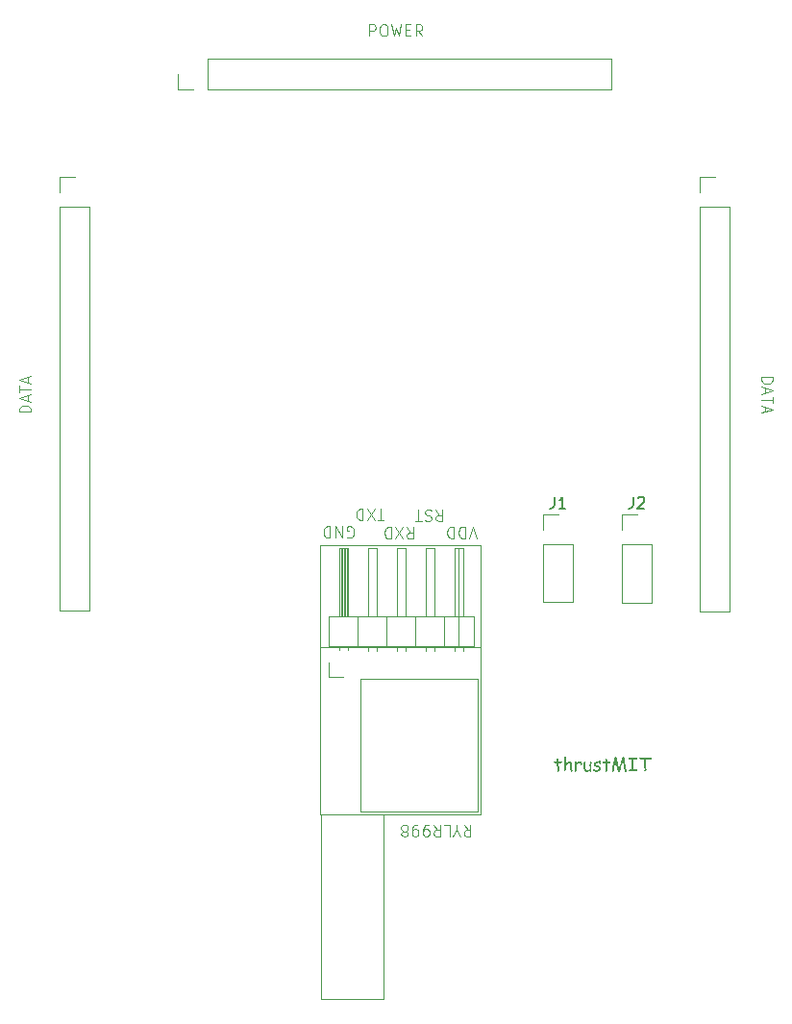
<source format=gbr>
%TF.GenerationSoftware,KiCad,Pcbnew,7.0.7*%
%TF.CreationDate,2024-04-01T01:41:43+05:30*%
%TF.ProjectId,Telemetry_Stack,54656c65-6d65-4747-9279-5f537461636b,rev?*%
%TF.SameCoordinates,Original*%
%TF.FileFunction,Legend,Top*%
%TF.FilePolarity,Positive*%
%FSLAX46Y46*%
G04 Gerber Fmt 4.6, Leading zero omitted, Abs format (unit mm)*
G04 Created by KiCad (PCBNEW 7.0.7) date 2024-04-01 01:41:43*
%MOMM*%
%LPD*%
G01*
G04 APERTURE LIST*
%ADD10C,0.150000*%
%ADD11C,0.100000*%
%ADD12C,0.120000*%
G04 APERTURE END LIST*
D10*
X158086466Y-100782219D02*
X158086466Y-101496504D01*
X158086466Y-101496504D02*
X158038847Y-101639361D01*
X158038847Y-101639361D02*
X157943609Y-101734600D01*
X157943609Y-101734600D02*
X157800752Y-101782219D01*
X157800752Y-101782219D02*
X157705514Y-101782219D01*
X158515038Y-100877457D02*
X158562657Y-100829838D01*
X158562657Y-100829838D02*
X158657895Y-100782219D01*
X158657895Y-100782219D02*
X158895990Y-100782219D01*
X158895990Y-100782219D02*
X158991228Y-100829838D01*
X158991228Y-100829838D02*
X159038847Y-100877457D01*
X159038847Y-100877457D02*
X159086466Y-100972695D01*
X159086466Y-100972695D02*
X159086466Y-101067933D01*
X159086466Y-101067933D02*
X159038847Y-101210790D01*
X159038847Y-101210790D02*
X158467419Y-101782219D01*
X158467419Y-101782219D02*
X159086466Y-101782219D01*
X151152266Y-100771819D02*
X151152266Y-101486104D01*
X151152266Y-101486104D02*
X151104647Y-101628961D01*
X151104647Y-101628961D02*
X151009409Y-101724200D01*
X151009409Y-101724200D02*
X150866552Y-101771819D01*
X150866552Y-101771819D02*
X150771314Y-101771819D01*
X152152266Y-101771819D02*
X151580838Y-101771819D01*
X151866552Y-101771819D02*
X151866552Y-100771819D01*
X151866552Y-100771819D02*
X151771314Y-100914676D01*
X151771314Y-100914676D02*
X151676076Y-101009914D01*
X151676076Y-101009914D02*
X151580838Y-101057533D01*
D11*
X105039219Y-93278515D02*
X104039219Y-93278515D01*
X104039219Y-93278515D02*
X104039219Y-93040420D01*
X104039219Y-93040420D02*
X104086838Y-92897563D01*
X104086838Y-92897563D02*
X104182076Y-92802325D01*
X104182076Y-92802325D02*
X104277314Y-92754706D01*
X104277314Y-92754706D02*
X104467790Y-92707087D01*
X104467790Y-92707087D02*
X104610647Y-92707087D01*
X104610647Y-92707087D02*
X104801123Y-92754706D01*
X104801123Y-92754706D02*
X104896361Y-92802325D01*
X104896361Y-92802325D02*
X104991600Y-92897563D01*
X104991600Y-92897563D02*
X105039219Y-93040420D01*
X105039219Y-93040420D02*
X105039219Y-93278515D01*
X104753504Y-92326134D02*
X104753504Y-91849944D01*
X105039219Y-92421372D02*
X104039219Y-92088039D01*
X104039219Y-92088039D02*
X105039219Y-91754706D01*
X104039219Y-91564229D02*
X104039219Y-90992801D01*
X105039219Y-91278515D02*
X104039219Y-91278515D01*
X104753504Y-90707086D02*
X104753504Y-90230896D01*
X105039219Y-90802324D02*
X104039219Y-90468991D01*
X104039219Y-90468991D02*
X105039219Y-90135658D01*
G36*
X151742996Y-124234980D02*
G01*
X151730346Y-124234807D01*
X151717523Y-124234349D01*
X151704906Y-124233692D01*
X151701963Y-124233515D01*
X151689261Y-124232665D01*
X151677533Y-124232093D01*
X151665643Y-124231784D01*
X151661224Y-124231756D01*
X151649455Y-124232359D01*
X151636687Y-124233528D01*
X151623855Y-124234907D01*
X151608696Y-124236679D01*
X151595801Y-124238267D01*
X151581597Y-124240076D01*
X151566084Y-124242107D01*
X151549263Y-124244359D01*
X151564797Y-124722098D01*
X151565676Y-124757562D01*
X151566555Y-124798888D01*
X151566595Y-124820325D01*
X151565910Y-124840379D01*
X151564498Y-124859050D01*
X151562360Y-124876337D01*
X151559497Y-124892242D01*
X151555908Y-124906764D01*
X151551593Y-124919903D01*
X151546552Y-124931658D01*
X151540785Y-124942031D01*
X151530774Y-124954997D01*
X151519129Y-124964851D01*
X151505852Y-124971593D01*
X151490941Y-124975224D01*
X151480093Y-124975915D01*
X151467983Y-124975173D01*
X151454635Y-124972432D01*
X151442129Y-124967672D01*
X151430464Y-124960892D01*
X151422647Y-124954813D01*
X151413169Y-124945075D01*
X151406018Y-124934328D01*
X151401195Y-124922571D01*
X151398701Y-124909805D01*
X151398321Y-124902056D01*
X151398403Y-124889434D01*
X151398598Y-124877262D01*
X151398907Y-124863588D01*
X151399237Y-124851567D01*
X151399640Y-124838584D01*
X151400116Y-124824639D01*
X151400666Y-124809732D01*
X151401284Y-124794826D01*
X151401820Y-124780881D01*
X151402273Y-124767898D01*
X151402644Y-124755877D01*
X151402992Y-124742203D01*
X151403211Y-124730031D01*
X151403303Y-124717409D01*
X151386890Y-124244359D01*
X151375071Y-124243785D01*
X151362143Y-124243050D01*
X151348109Y-124242157D01*
X151332966Y-124241103D01*
X151316716Y-124239890D01*
X151299358Y-124238517D01*
X151287170Y-124237513D01*
X151274491Y-124236438D01*
X151261319Y-124235292D01*
X151247655Y-124234074D01*
X151233498Y-124232786D01*
X151218849Y-124231428D01*
X151203708Y-124229998D01*
X151190613Y-124227575D01*
X151178807Y-124224045D01*
X151165068Y-124217616D01*
X151153619Y-124209217D01*
X151144460Y-124198849D01*
X151137591Y-124186511D01*
X151133011Y-124172205D01*
X151131079Y-124160183D01*
X151130435Y-124147053D01*
X151131218Y-124133558D01*
X151133568Y-124120990D01*
X151137483Y-124109350D01*
X151142965Y-124098638D01*
X151150013Y-124088852D01*
X151152710Y-124085797D01*
X151161496Y-124077529D01*
X151172840Y-124070046D01*
X151185362Y-124064891D01*
X151197033Y-124062325D01*
X151209570Y-124061470D01*
X151382494Y-124075538D01*
X151382401Y-124062325D01*
X151382122Y-124047781D01*
X151381765Y-124035187D01*
X151381288Y-124021741D01*
X151380693Y-124007444D01*
X151379979Y-123992295D01*
X151379365Y-123980374D01*
X151378684Y-123967974D01*
X151378055Y-123955664D01*
X151377313Y-123940277D01*
X151376681Y-123926062D01*
X151376159Y-123913019D01*
X151375747Y-123901149D01*
X151375386Y-123887960D01*
X151375180Y-123874551D01*
X151375167Y-123870667D01*
X151376001Y-123858650D01*
X151379085Y-123845645D01*
X151384440Y-123833733D01*
X151392068Y-123822916D01*
X151398907Y-123815859D01*
X151408290Y-123808489D01*
X151420176Y-123801817D01*
X151433070Y-123797221D01*
X151444927Y-123794933D01*
X151457525Y-123794171D01*
X151470938Y-123795191D01*
X151483258Y-123798251D01*
X151494486Y-123803351D01*
X151504621Y-123810492D01*
X151513665Y-123819673D01*
X151521616Y-123830894D01*
X151528475Y-123844155D01*
X151534242Y-123859457D01*
X151537480Y-123870791D01*
X151540232Y-123883032D01*
X151542499Y-123896180D01*
X151544280Y-123910235D01*
X151545194Y-123923619D01*
X151545798Y-123935983D01*
X151546238Y-123949172D01*
X151546513Y-123963186D01*
X151546616Y-123975493D01*
X151546625Y-123980577D01*
X151545160Y-124026592D01*
X151544280Y-124075538D01*
X151556724Y-124073941D01*
X151568483Y-124072447D01*
X151584838Y-124070399D01*
X151599653Y-124068583D01*
X151612927Y-124066999D01*
X151624661Y-124065647D01*
X151637909Y-124064204D01*
X151650619Y-124062980D01*
X151661224Y-124062349D01*
X151676803Y-124062421D01*
X151691335Y-124062638D01*
X151704823Y-124062998D01*
X151717264Y-124063503D01*
X151732225Y-124064401D01*
X151745327Y-124065555D01*
X151759090Y-124067358D01*
X151771771Y-124070051D01*
X151773478Y-124070556D01*
X151785224Y-124075447D01*
X151795405Y-124081767D01*
X151805928Y-124091676D01*
X151814003Y-124103817D01*
X151818702Y-124115138D01*
X151821834Y-124127887D01*
X151823401Y-124142066D01*
X151823596Y-124149690D01*
X151822793Y-124163185D01*
X151820382Y-124175753D01*
X151816363Y-124187393D01*
X151810737Y-124198106D01*
X151803504Y-124207891D01*
X151800735Y-124210947D01*
X151791829Y-124219114D01*
X151782037Y-124225592D01*
X151769493Y-124231014D01*
X151757781Y-124233830D01*
X151745182Y-124234957D01*
X151742996Y-124234980D01*
G37*
G36*
X152672682Y-124975915D02*
G01*
X152658660Y-124974944D01*
X152645901Y-124972032D01*
X152634406Y-124967177D01*
X152624176Y-124960381D01*
X152615209Y-124951644D01*
X152607506Y-124940964D01*
X152601067Y-124928343D01*
X152595892Y-124913780D01*
X152592401Y-124900646D01*
X152588961Y-124886522D01*
X152585573Y-124871410D01*
X152582236Y-124855308D01*
X152578951Y-124838217D01*
X152576789Y-124826274D01*
X152574651Y-124813891D01*
X152572535Y-124801068D01*
X152570442Y-124787805D01*
X152568372Y-124774103D01*
X152566325Y-124759962D01*
X152564301Y-124745380D01*
X152562300Y-124730360D01*
X152561308Y-124722684D01*
X152559533Y-124708012D01*
X152557873Y-124693673D01*
X152556327Y-124679665D01*
X152554896Y-124665989D01*
X152553580Y-124652646D01*
X152552377Y-124639634D01*
X152551290Y-124626954D01*
X152550317Y-124614607D01*
X152549458Y-124602591D01*
X152548385Y-124585190D01*
X152547569Y-124568536D01*
X152547011Y-124552630D01*
X152546710Y-124537470D01*
X152546653Y-124527778D01*
X152546781Y-124515707D01*
X152547104Y-124502890D01*
X152547537Y-124490230D01*
X152548007Y-124478499D01*
X152548578Y-124465695D01*
X152548705Y-124463005D01*
X152549296Y-124449986D01*
X152549787Y-124438041D01*
X152550243Y-124425123D01*
X152550594Y-124412006D01*
X152550754Y-124399591D01*
X152550756Y-124398232D01*
X152550454Y-124379599D01*
X152549547Y-124362168D01*
X152548036Y-124345939D01*
X152545920Y-124330913D01*
X152543200Y-124317088D01*
X152539875Y-124304466D01*
X152535946Y-124293045D01*
X152528919Y-124278169D01*
X152520531Y-124265997D01*
X152510784Y-124256531D01*
X152499676Y-124249769D01*
X152487208Y-124245711D01*
X152473380Y-124244359D01*
X152460352Y-124244731D01*
X152447501Y-124245847D01*
X152434826Y-124247708D01*
X152422327Y-124250312D01*
X152410005Y-124253661D01*
X152397859Y-124257754D01*
X152385889Y-124262591D01*
X152374095Y-124268173D01*
X152362478Y-124274498D01*
X152351037Y-124281568D01*
X152339773Y-124289382D01*
X152328685Y-124297940D01*
X152317773Y-124307242D01*
X152307037Y-124317288D01*
X152296478Y-124328079D01*
X152286095Y-124339614D01*
X152277908Y-124349517D01*
X152269176Y-124360981D01*
X152259897Y-124374006D01*
X152250072Y-124388592D01*
X152243219Y-124399183D01*
X152236123Y-124410469D01*
X152228784Y-124422448D01*
X152221202Y-124435120D01*
X152213378Y-124448487D01*
X152205311Y-124462547D01*
X152197002Y-124477301D01*
X152188449Y-124492749D01*
X152179654Y-124508891D01*
X152170617Y-124525727D01*
X152170591Y-124545493D01*
X152170514Y-124564749D01*
X152170385Y-124583494D01*
X152170205Y-124601729D01*
X152169973Y-124619453D01*
X152169689Y-124636666D01*
X152169354Y-124653369D01*
X152168968Y-124669561D01*
X152168530Y-124685243D01*
X152168041Y-124700414D01*
X152167500Y-124715074D01*
X152166907Y-124729224D01*
X152166263Y-124742863D01*
X152165568Y-124755991D01*
X152164821Y-124768609D01*
X152164022Y-124780716D01*
X152162270Y-124803399D01*
X152160313Y-124824039D01*
X152158149Y-124842636D01*
X152155779Y-124859192D01*
X152153203Y-124873704D01*
X152150421Y-124886174D01*
X152145861Y-124901050D01*
X152144238Y-124904987D01*
X152138051Y-124917214D01*
X152131068Y-124927812D01*
X152123287Y-124936778D01*
X152112441Y-124945694D01*
X152100349Y-124952063D01*
X152087013Y-124955884D01*
X152072431Y-124957157D01*
X152060080Y-124956354D01*
X152048306Y-124953943D01*
X152037109Y-124949924D01*
X152026489Y-124944298D01*
X152016446Y-124937065D01*
X152013227Y-124934296D01*
X152004561Y-124925273D01*
X151997688Y-124915570D01*
X151991936Y-124903391D01*
X151988624Y-124890286D01*
X151987728Y-124878316D01*
X151989130Y-124865790D01*
X151991849Y-124853751D01*
X151995055Y-124842266D01*
X151997794Y-124829531D01*
X151999492Y-124815832D01*
X152000697Y-124802112D01*
X152001510Y-124790211D01*
X152002246Y-124776929D01*
X152002905Y-124762266D01*
X152003486Y-124746223D01*
X152003990Y-124728799D01*
X152004141Y-124722684D01*
X152006779Y-124601344D01*
X152009123Y-123998455D01*
X152009833Y-123986002D01*
X152010497Y-123974069D01*
X152011407Y-123957144D01*
X152012214Y-123941388D01*
X152012919Y-123926802D01*
X152013520Y-123913386D01*
X152014018Y-123901138D01*
X152014521Y-123886628D01*
X152014842Y-123874197D01*
X152014985Y-123861582D01*
X152014792Y-123848599D01*
X152014212Y-123835845D01*
X152013246Y-123823319D01*
X152011894Y-123811023D01*
X152010155Y-123798956D01*
X152008030Y-123787118D01*
X152007072Y-123782447D01*
X152004792Y-123770736D01*
X152002899Y-123758868D01*
X152001392Y-123746842D01*
X152000271Y-123734659D01*
X151999537Y-123722319D01*
X151999189Y-123709821D01*
X151999158Y-123704778D01*
X151999993Y-123692331D01*
X152002497Y-123680708D01*
X152007528Y-123668189D01*
X152014831Y-123656793D01*
X152022899Y-123647918D01*
X152032292Y-123640248D01*
X152042449Y-123634166D01*
X152053368Y-123629670D01*
X152065049Y-123626760D01*
X152077493Y-123625438D01*
X152081810Y-123625350D01*
X152094010Y-123625960D01*
X152108738Y-123628674D01*
X152121707Y-123633558D01*
X152132918Y-123640613D01*
X152142370Y-123649838D01*
X152150064Y-123661234D01*
X152155999Y-123674801D01*
X152159296Y-123686401D01*
X152160945Y-123694813D01*
X152163249Y-123709077D01*
X152165327Y-123723073D01*
X152167179Y-123736801D01*
X152168803Y-123750262D01*
X152170201Y-123763454D01*
X152171372Y-123776379D01*
X152172317Y-123789036D01*
X152173035Y-123801425D01*
X152173526Y-123813546D01*
X152173790Y-123825399D01*
X152173841Y-123833152D01*
X152173792Y-123848766D01*
X152173645Y-123864503D01*
X152173400Y-123880365D01*
X152173058Y-123896350D01*
X152172617Y-123912458D01*
X152172079Y-123928690D01*
X152171442Y-123945046D01*
X152170708Y-123961526D01*
X152169876Y-123978129D01*
X152168946Y-123994856D01*
X152168272Y-124006076D01*
X152167389Y-124022428D01*
X152166610Y-124038842D01*
X152165933Y-124055318D01*
X152165359Y-124071856D01*
X152164889Y-124088456D01*
X152164521Y-124105118D01*
X152164257Y-124121841D01*
X152164095Y-124138626D01*
X152164037Y-124155473D01*
X152164082Y-124172382D01*
X152164169Y-124183689D01*
X152165048Y-124256083D01*
X152173546Y-124244941D01*
X152182116Y-124234156D01*
X152190756Y-124223728D01*
X152199468Y-124213658D01*
X152208250Y-124203944D01*
X152217104Y-124194588D01*
X152226028Y-124185590D01*
X152235024Y-124176948D01*
X152244090Y-124168664D01*
X152253227Y-124160736D01*
X152262436Y-124153166D01*
X152271715Y-124145954D01*
X152285767Y-124135804D01*
X152299979Y-124126458D01*
X152309542Y-124120674D01*
X152324078Y-124112608D01*
X152338778Y-124105335D01*
X152353643Y-124098856D01*
X152368673Y-124093170D01*
X152383868Y-124088277D01*
X152399228Y-124084178D01*
X152414753Y-124080872D01*
X152430442Y-124078359D01*
X152446297Y-124076640D01*
X152462316Y-124075715D01*
X152473087Y-124075538D01*
X152489861Y-124075885D01*
X152505964Y-124076926D01*
X152521396Y-124078660D01*
X152536157Y-124081089D01*
X152550247Y-124084211D01*
X152563666Y-124088027D01*
X152576414Y-124092537D01*
X152588492Y-124097740D01*
X152599898Y-124103637D01*
X152610634Y-124110228D01*
X152620699Y-124117513D01*
X152630092Y-124125492D01*
X152638815Y-124134165D01*
X152646867Y-124143531D01*
X152654248Y-124153591D01*
X152660959Y-124164345D01*
X152667497Y-124176855D01*
X152673485Y-124190864D01*
X152678921Y-124206372D01*
X152683806Y-124223380D01*
X152686756Y-124235551D01*
X152689462Y-124248389D01*
X152691922Y-124261893D01*
X152694137Y-124276063D01*
X152696108Y-124290900D01*
X152697833Y-124306403D01*
X152699314Y-124322572D01*
X152700549Y-124339408D01*
X152701539Y-124356910D01*
X152702284Y-124375078D01*
X152709026Y-124532175D01*
X152725439Y-124703633D01*
X152726888Y-124715561D01*
X152728379Y-124727310D01*
X152730692Y-124744598D01*
X152733098Y-124761484D01*
X152735597Y-124777969D01*
X152738188Y-124794052D01*
X152740872Y-124809733D01*
X152743649Y-124825012D01*
X152746519Y-124839889D01*
X152749481Y-124854365D01*
X152752537Y-124868438D01*
X152753575Y-124873040D01*
X152755890Y-124885263D01*
X152756800Y-124896781D01*
X152755924Y-124909128D01*
X152753296Y-124920672D01*
X152748017Y-124933124D01*
X152740353Y-124944482D01*
X152731887Y-124953347D01*
X152722304Y-124961017D01*
X152712021Y-124967100D01*
X152701037Y-124971596D01*
X152689352Y-124974505D01*
X152676966Y-124975827D01*
X152672682Y-124975915D01*
G37*
G36*
X153593575Y-124312063D02*
G01*
X153592567Y-124324308D01*
X153590019Y-124341193D01*
X153586230Y-124356302D01*
X153581199Y-124369632D01*
X153574926Y-124381186D01*
X153567412Y-124390962D01*
X153558656Y-124398960D01*
X153548659Y-124405181D01*
X153537420Y-124409625D01*
X153524939Y-124412291D01*
X153511217Y-124413180D01*
X153498541Y-124412471D01*
X153483580Y-124409323D01*
X153470835Y-124403656D01*
X153460306Y-124395470D01*
X153451995Y-124384765D01*
X153445899Y-124371542D01*
X153442782Y-124359971D01*
X153440912Y-124346984D01*
X153440289Y-124332580D01*
X153440031Y-124320324D01*
X153439454Y-124306850D01*
X153438805Y-124294606D01*
X153437970Y-124280527D01*
X153437651Y-124275427D01*
X153435306Y-124206843D01*
X153419241Y-124208950D01*
X153403579Y-124211386D01*
X153388320Y-124214152D01*
X153373464Y-124217248D01*
X153359011Y-124220674D01*
X153344961Y-124224429D01*
X153331314Y-124228514D01*
X153318070Y-124232928D01*
X153305228Y-124237673D01*
X153292790Y-124242747D01*
X153280755Y-124248151D01*
X153269123Y-124253884D01*
X153257894Y-124259948D01*
X153247068Y-124266341D01*
X153236645Y-124273064D01*
X153226625Y-124280116D01*
X153213103Y-124290649D01*
X153200013Y-124302136D01*
X153191527Y-124310323D01*
X153183234Y-124318934D01*
X153175133Y-124327968D01*
X153167224Y-124337426D01*
X153159507Y-124347307D01*
X153151983Y-124357613D01*
X153144651Y-124368341D01*
X153137512Y-124379494D01*
X153130564Y-124391070D01*
X153123809Y-124403069D01*
X153117247Y-124415492D01*
X153110877Y-124428339D01*
X153104699Y-124441610D01*
X153106458Y-124892677D01*
X153105741Y-124907553D01*
X153103593Y-124920965D01*
X153100012Y-124932914D01*
X153093010Y-124946571D01*
X153083462Y-124957626D01*
X153071367Y-124966079D01*
X153056726Y-124971932D01*
X153044075Y-124974615D01*
X153029991Y-124975834D01*
X153024978Y-124975915D01*
X153011988Y-124975189D01*
X153000276Y-124973009D01*
X152986647Y-124967844D01*
X152975290Y-124960095D01*
X152966204Y-124949764D01*
X152959390Y-124936849D01*
X152955770Y-124925469D01*
X152953427Y-124912635D01*
X152952362Y-124898348D01*
X152952291Y-124893263D01*
X152952291Y-124319977D01*
X152952390Y-124306889D01*
X152952630Y-124293618D01*
X152952941Y-124281110D01*
X152953351Y-124267285D01*
X152953752Y-124255278D01*
X152954217Y-124242428D01*
X152954343Y-124239083D01*
X152954824Y-124226022D01*
X152955241Y-124213804D01*
X152955671Y-124199716D01*
X152956002Y-124186945D01*
X152956267Y-124173358D01*
X152956393Y-124159902D01*
X152956395Y-124158190D01*
X152957034Y-124143419D01*
X152958950Y-124130101D01*
X152962144Y-124118236D01*
X152968391Y-124104676D01*
X152976909Y-124093699D01*
X152987698Y-124085305D01*
X153000759Y-124079493D01*
X153016092Y-124076265D01*
X153029081Y-124075538D01*
X153043493Y-124076680D01*
X153056504Y-124080103D01*
X153068113Y-124085809D01*
X153078321Y-124093797D01*
X153087127Y-124104068D01*
X153094532Y-124116620D01*
X153100536Y-124131456D01*
X153105139Y-124148573D01*
X153107428Y-124161253D01*
X153109095Y-124174947D01*
X153110140Y-124189655D01*
X153110561Y-124205378D01*
X153120486Y-124196236D01*
X153130480Y-124187384D01*
X153140540Y-124178822D01*
X153150669Y-124170550D01*
X153160864Y-124162569D01*
X153171128Y-124154878D01*
X153181459Y-124147477D01*
X153191857Y-124140367D01*
X153202323Y-124133546D01*
X153212857Y-124127016D01*
X153223458Y-124120776D01*
X153234126Y-124114826D01*
X153244863Y-124109167D01*
X153255666Y-124103798D01*
X153266538Y-124098719D01*
X153277476Y-124093930D01*
X153288483Y-124089431D01*
X153299557Y-124085223D01*
X153310698Y-124081305D01*
X153321907Y-124077677D01*
X153333184Y-124074339D01*
X153344528Y-124071292D01*
X153355940Y-124068535D01*
X153367419Y-124066068D01*
X153378966Y-124063891D01*
X153390580Y-124062005D01*
X153402262Y-124060408D01*
X153414011Y-124059102D01*
X153425828Y-124058087D01*
X153437713Y-124057361D01*
X153449665Y-124056926D01*
X153461684Y-124056781D01*
X153473915Y-124057216D01*
X153489293Y-124059151D01*
X153503609Y-124062633D01*
X153516862Y-124067664D01*
X153529053Y-124074243D01*
X153540181Y-124082369D01*
X153550247Y-124092043D01*
X153559251Y-124103266D01*
X153561335Y-124106313D01*
X153569098Y-124119410D01*
X153574240Y-124130267D01*
X153578801Y-124142011D01*
X153582779Y-124154640D01*
X153586175Y-124168155D01*
X153588989Y-124182557D01*
X153591220Y-124197845D01*
X153592870Y-124214018D01*
X153593937Y-124231078D01*
X153594325Y-124242944D01*
X153594455Y-124255203D01*
X153594433Y-124267720D01*
X153594351Y-124280964D01*
X153594177Y-124293967D01*
X153593829Y-124306811D01*
X153593575Y-124312063D01*
G37*
G36*
X154431524Y-124451575D02*
G01*
X154431538Y-124466678D01*
X154431566Y-124479172D01*
X154431610Y-124492665D01*
X154431669Y-124507157D01*
X154431744Y-124522649D01*
X154431834Y-124539141D01*
X154431939Y-124556632D01*
X154432018Y-124568848D01*
X154432104Y-124581508D01*
X154432197Y-124594612D01*
X154432297Y-124608161D01*
X154432403Y-124622154D01*
X154432510Y-124636147D01*
X154432609Y-124649695D01*
X154432702Y-124662800D01*
X154432788Y-124675460D01*
X154432867Y-124687676D01*
X154432939Y-124699448D01*
X154433034Y-124716272D01*
X154433114Y-124732097D01*
X154433179Y-124746923D01*
X154433227Y-124760749D01*
X154433261Y-124773576D01*
X154433279Y-124785403D01*
X154433282Y-124792733D01*
X154433540Y-124805344D01*
X154434117Y-124818029D01*
X154434892Y-124831022D01*
X154435758Y-124843566D01*
X154435920Y-124845783D01*
X154436916Y-124858443D01*
X154437818Y-124871598D01*
X154438505Y-124884503D01*
X154438840Y-124896307D01*
X154438851Y-124898539D01*
X154438006Y-124910856D01*
X154435471Y-124922307D01*
X154430378Y-124934573D01*
X154422985Y-124945660D01*
X154414818Y-124954226D01*
X154405534Y-124961597D01*
X154393739Y-124968269D01*
X154380906Y-124972865D01*
X154369080Y-124975153D01*
X154356492Y-124975915D01*
X154341316Y-124975077D01*
X154327586Y-124972563D01*
X154315304Y-124968373D01*
X154304469Y-124962506D01*
X154295081Y-124954964D01*
X154287140Y-124945745D01*
X154280646Y-124934850D01*
X154275599Y-124922279D01*
X154262616Y-124928774D01*
X154249386Y-124934850D01*
X154235908Y-124940507D01*
X154222183Y-124945745D01*
X154208211Y-124950564D01*
X154193992Y-124954964D01*
X154179525Y-124958945D01*
X154164811Y-124962506D01*
X154149849Y-124965649D01*
X154134641Y-124968373D01*
X154119185Y-124970677D01*
X154103481Y-124972563D01*
X154087531Y-124974030D01*
X154071333Y-124975077D01*
X154054888Y-124975706D01*
X154038195Y-124975915D01*
X154024857Y-124975732D01*
X154011808Y-124975182D01*
X153999047Y-124974267D01*
X153986574Y-124972984D01*
X153974391Y-124971336D01*
X153962495Y-124969321D01*
X153950888Y-124966939D01*
X153934019Y-124962680D01*
X153917799Y-124957597D01*
X153902228Y-124951689D01*
X153887306Y-124944957D01*
X153873033Y-124937401D01*
X153859409Y-124929021D01*
X153845293Y-124918931D01*
X153832289Y-124908007D01*
X153820398Y-124896249D01*
X153809621Y-124883656D01*
X153799955Y-124870228D01*
X153791403Y-124855965D01*
X153783964Y-124840868D01*
X153777637Y-124824936D01*
X153772423Y-124808170D01*
X153769565Y-124796529D01*
X153767202Y-124784517D01*
X153766206Y-124778372D01*
X153764241Y-124765045D01*
X153762338Y-124751810D01*
X153760497Y-124738667D01*
X153758719Y-124725615D01*
X153757003Y-124712655D01*
X153755349Y-124699786D01*
X153753758Y-124687009D01*
X153752230Y-124674324D01*
X153750763Y-124661730D01*
X153749359Y-124649228D01*
X153748018Y-124636818D01*
X153746739Y-124624499D01*
X153745522Y-124612271D01*
X153744368Y-124600135D01*
X153743276Y-124588091D01*
X153742246Y-124576139D01*
X153741279Y-124564277D01*
X153740374Y-124552508D01*
X153738752Y-124529244D01*
X153737379Y-124506346D01*
X153736256Y-124483815D01*
X153735383Y-124461650D01*
X153734759Y-124439851D01*
X153734384Y-124418419D01*
X153734259Y-124397353D01*
X153734356Y-124383421D01*
X153734644Y-124369248D01*
X153735125Y-124354835D01*
X153735798Y-124340182D01*
X153736664Y-124325288D01*
X153737722Y-124310153D01*
X153738972Y-124294779D01*
X153740414Y-124279164D01*
X153742049Y-124263308D01*
X153743876Y-124247212D01*
X153745896Y-124230876D01*
X153748108Y-124214299D01*
X153750512Y-124197482D01*
X153753109Y-124180424D01*
X153755898Y-124163126D01*
X153758879Y-124145587D01*
X153761509Y-124133069D01*
X153765113Y-124121782D01*
X153771433Y-124108647D01*
X153779484Y-124097702D01*
X153789266Y-124088946D01*
X153800779Y-124082379D01*
X153814023Y-124078001D01*
X153828998Y-124075812D01*
X153837134Y-124075538D01*
X153850021Y-124076311D01*
X153862084Y-124078630D01*
X153873322Y-124082494D01*
X153883736Y-124087903D01*
X153893326Y-124094858D01*
X153896339Y-124097520D01*
X153904507Y-124106206D01*
X153911900Y-124117460D01*
X153916993Y-124129921D01*
X153919527Y-124141561D01*
X153920372Y-124154087D01*
X153920079Y-124166701D01*
X153919199Y-124181461D01*
X153918072Y-124194815D01*
X153916570Y-124209543D01*
X153915197Y-124221490D01*
X153913613Y-124234211D01*
X153911818Y-124247704D01*
X153909811Y-124261970D01*
X153908356Y-124271910D01*
X153906261Y-124286740D01*
X153904371Y-124300895D01*
X153902688Y-124314375D01*
X153901212Y-124327180D01*
X153899941Y-124339311D01*
X153898567Y-124354435D01*
X153897559Y-124368359D01*
X153896918Y-124381083D01*
X153896632Y-124395301D01*
X153896668Y-124411858D01*
X153896774Y-124428118D01*
X153896951Y-124444080D01*
X153897200Y-124459745D01*
X153897519Y-124475111D01*
X153897910Y-124490180D01*
X153898371Y-124504952D01*
X153898903Y-124519425D01*
X153899507Y-124533601D01*
X153900181Y-124547480D01*
X153900926Y-124561060D01*
X153901743Y-124574343D01*
X153902630Y-124587329D01*
X153903588Y-124600016D01*
X153904618Y-124612406D01*
X153905718Y-124624499D01*
X153906888Y-124636259D01*
X153908772Y-124653350D01*
X153910810Y-124669781D01*
X153913003Y-124685553D01*
X153915351Y-124700666D01*
X153917853Y-124715119D01*
X153920510Y-124728912D01*
X153923321Y-124742047D01*
X153926287Y-124754521D01*
X153929407Y-124766337D01*
X153932682Y-124777492D01*
X153944565Y-124783453D01*
X153956364Y-124788768D01*
X153968079Y-124793439D01*
X153979710Y-124797464D01*
X153986318Y-124799474D01*
X153997816Y-124802443D01*
X154010854Y-124804944D01*
X154023782Y-124806492D01*
X154036601Y-124807087D01*
X154038195Y-124807095D01*
X154052055Y-124806959D01*
X154066011Y-124806554D01*
X154080064Y-124805879D01*
X154094212Y-124804933D01*
X154108457Y-124803717D01*
X154122798Y-124802231D01*
X154137235Y-124800475D01*
X154151768Y-124798448D01*
X154166397Y-124796152D01*
X154181123Y-124793585D01*
X154195945Y-124790748D01*
X154210863Y-124787641D01*
X154225877Y-124784263D01*
X154240987Y-124780616D01*
X154256193Y-124776698D01*
X154271496Y-124772510D01*
X154270910Y-124608672D01*
X154269151Y-124452161D01*
X154269212Y-124430577D01*
X154269394Y-124409351D01*
X154269697Y-124388482D01*
X154270122Y-124367970D01*
X154270668Y-124347816D01*
X154271336Y-124328018D01*
X154272124Y-124308578D01*
X154273035Y-124289495D01*
X154274066Y-124270769D01*
X154275219Y-124252401D01*
X154276493Y-124234389D01*
X154277889Y-124216735D01*
X154279406Y-124199438D01*
X154281044Y-124182498D01*
X154282804Y-124165916D01*
X154284685Y-124149690D01*
X154286932Y-124136439D01*
X154290266Y-124124490D01*
X154296403Y-124110587D01*
X154304472Y-124099001D01*
X154314474Y-124089732D01*
X154326408Y-124082780D01*
X154340275Y-124078145D01*
X154351944Y-124076190D01*
X154364699Y-124075538D01*
X154377586Y-124076321D01*
X154389648Y-124078671D01*
X154400887Y-124082586D01*
X154411301Y-124088068D01*
X154420890Y-124095116D01*
X154423903Y-124097813D01*
X154432020Y-124106448D01*
X154439222Y-124117512D01*
X154443985Y-124129641D01*
X154446307Y-124142837D01*
X154446472Y-124152915D01*
X154431524Y-124451575D01*
G37*
G36*
X155188872Y-124300633D02*
G01*
X155175341Y-124299817D01*
X155163141Y-124297370D01*
X155150257Y-124292279D01*
X155139290Y-124284840D01*
X155130240Y-124275051D01*
X155125271Y-124267220D01*
X155120040Y-124254421D01*
X155116492Y-124242326D01*
X155113767Y-124230877D01*
X155111143Y-124217853D01*
X155108620Y-124203253D01*
X155106794Y-124191269D01*
X155105024Y-124178400D01*
X155103876Y-124169328D01*
X155091693Y-124172475D01*
X155078335Y-124176090D01*
X155063803Y-124180175D01*
X155048097Y-124184729D01*
X155031215Y-124189751D01*
X155019308Y-124193360D01*
X155006879Y-124197177D01*
X154993929Y-124201202D01*
X154980455Y-124205436D01*
X154966460Y-124209878D01*
X154951943Y-124214529D01*
X154936904Y-124219388D01*
X154921343Y-124224455D01*
X154913366Y-124227067D01*
X154897285Y-124233759D01*
X154882234Y-124240645D01*
X154868214Y-124247726D01*
X154855224Y-124255002D01*
X154843265Y-124262472D01*
X154832336Y-124270137D01*
X154822437Y-124277997D01*
X154813569Y-124286051D01*
X154802198Y-124298498D01*
X154793146Y-124311382D01*
X154786412Y-124324704D01*
X154781997Y-124338464D01*
X154779900Y-124352662D01*
X154779716Y-124357492D01*
X154791990Y-124361724D01*
X154804190Y-124365333D01*
X154816316Y-124368318D01*
X154828370Y-124370681D01*
X154840126Y-124372831D01*
X154851693Y-124375031D01*
X154874257Y-124379579D01*
X154896060Y-124384327D01*
X154917103Y-124389274D01*
X154937386Y-124394421D01*
X154956909Y-124399766D01*
X154975671Y-124405311D01*
X154993673Y-124411055D01*
X155010915Y-124416998D01*
X155027397Y-124423140D01*
X155043119Y-124429482D01*
X155058080Y-124436022D01*
X155072281Y-124442762D01*
X155085722Y-124449702D01*
X155098403Y-124456840D01*
X155110324Y-124464178D01*
X155126614Y-124475362D01*
X155141854Y-124487153D01*
X155156042Y-124499551D01*
X155169180Y-124512556D01*
X155181267Y-124526168D01*
X155192302Y-124540386D01*
X155202287Y-124555211D01*
X155211220Y-124570643D01*
X155219103Y-124586682D01*
X155225934Y-124603327D01*
X155231715Y-124620580D01*
X155236444Y-124638439D01*
X155240123Y-124656905D01*
X155242751Y-124675977D01*
X155244327Y-124695657D01*
X155244853Y-124715943D01*
X155244398Y-124732538D01*
X155243034Y-124748618D01*
X155240762Y-124764183D01*
X155237580Y-124779233D01*
X155233490Y-124793767D01*
X155228490Y-124807786D01*
X155222581Y-124821290D01*
X155215763Y-124834279D01*
X155208036Y-124846752D01*
X155199400Y-124858711D01*
X155189856Y-124870154D01*
X155179402Y-124881082D01*
X155168039Y-124891495D01*
X155155766Y-124901392D01*
X155142585Y-124910774D01*
X155128495Y-124919642D01*
X155116243Y-124926456D01*
X155103592Y-124932831D01*
X155090542Y-124938766D01*
X155077094Y-124944261D01*
X155063248Y-124949317D01*
X155049003Y-124953933D01*
X155034360Y-124958110D01*
X155019319Y-124961847D01*
X155003879Y-124965144D01*
X154988040Y-124968002D01*
X154971804Y-124970420D01*
X154955168Y-124972398D01*
X154938135Y-124973937D01*
X154920703Y-124975036D01*
X154902872Y-124975695D01*
X154884643Y-124975915D01*
X154871163Y-124975776D01*
X154857761Y-124975356D01*
X154844437Y-124974658D01*
X154831191Y-124973680D01*
X154818022Y-124972423D01*
X154804931Y-124970887D01*
X154791919Y-124969071D01*
X154778984Y-124966976D01*
X154766127Y-124964601D01*
X154753347Y-124961948D01*
X154740646Y-124959014D01*
X154728022Y-124955802D01*
X154715477Y-124952310D01*
X154703009Y-124948539D01*
X154690619Y-124944488D01*
X154678307Y-124940158D01*
X154662939Y-124934339D01*
X154648563Y-124928237D01*
X154635178Y-124921855D01*
X154622784Y-124915190D01*
X154611382Y-124908244D01*
X154600972Y-124901017D01*
X154591553Y-124893507D01*
X154579283Y-124881715D01*
X154569245Y-124869289D01*
X154561437Y-124856230D01*
X154555860Y-124842537D01*
X154552514Y-124828210D01*
X154551398Y-124813249D01*
X154552305Y-124801338D01*
X154555655Y-124788171D01*
X154561473Y-124775789D01*
X154568425Y-124765801D01*
X154577190Y-124756390D01*
X154587220Y-124748122D01*
X154597743Y-124741566D01*
X154608762Y-124736719D01*
X154620275Y-124733584D01*
X154632282Y-124732158D01*
X154636395Y-124732063D01*
X154648266Y-124733816D01*
X154659580Y-124738110D01*
X154671944Y-124744979D01*
X154683051Y-124752671D01*
X154692462Y-124760113D01*
X154702340Y-124768700D01*
X154713302Y-124776113D01*
X154724034Y-124781064D01*
X154737184Y-124785730D01*
X154749446Y-124789256D01*
X154763256Y-124792599D01*
X154778613Y-124795759D01*
X154791147Y-124798009D01*
X154804721Y-124800138D01*
X154817745Y-124801984D01*
X154830220Y-124803545D01*
X154842145Y-124804823D01*
X154856279Y-124806021D01*
X154869554Y-124806775D01*
X154881970Y-124807086D01*
X154884350Y-124807095D01*
X154897175Y-124806950D01*
X154909712Y-124806518D01*
X154921960Y-124805796D01*
X154933919Y-124804786D01*
X154945590Y-124803488D01*
X154960703Y-124801308D01*
X154975302Y-124798616D01*
X154989389Y-124795410D01*
X155002963Y-124791691D01*
X155006276Y-124790681D01*
X155019999Y-124785930D01*
X155032373Y-124780690D01*
X155043396Y-124774960D01*
X155055995Y-124766559D01*
X155066193Y-124757288D01*
X155073992Y-124747146D01*
X155079392Y-124736135D01*
X155082391Y-124724253D01*
X155083066Y-124714771D01*
X155082455Y-124701023D01*
X155080621Y-124687843D01*
X155077564Y-124675231D01*
X155073284Y-124663187D01*
X155067782Y-124651710D01*
X155061057Y-124640802D01*
X155053109Y-124630461D01*
X155043938Y-124620688D01*
X155033545Y-124611484D01*
X155021929Y-124602846D01*
X155009090Y-124594777D01*
X154995029Y-124587276D01*
X154979744Y-124580343D01*
X154963237Y-124573977D01*
X154945508Y-124568179D01*
X154926555Y-124562949D01*
X154840679Y-124544485D01*
X154827226Y-124541559D01*
X154814269Y-124538572D01*
X154801809Y-124535524D01*
X154789846Y-124532413D01*
X154778380Y-124529240D01*
X154762113Y-124524366D01*
X154746963Y-124519352D01*
X154732932Y-124514199D01*
X154720019Y-124508907D01*
X154708223Y-124503476D01*
X154697546Y-124497906D01*
X154685048Y-124490263D01*
X154673106Y-124481455D01*
X154662338Y-124471849D01*
X154652745Y-124461445D01*
X154644327Y-124450242D01*
X154637083Y-124438240D01*
X154631014Y-124425440D01*
X154626119Y-124411842D01*
X154622400Y-124397444D01*
X154619855Y-124382249D01*
X154618484Y-124366254D01*
X154618223Y-124355148D01*
X154618857Y-124334675D01*
X154620760Y-124314948D01*
X154623932Y-124295968D01*
X154628371Y-124277735D01*
X154634080Y-124260248D01*
X154641057Y-124243507D01*
X154649302Y-124227513D01*
X154658816Y-124212266D01*
X154669599Y-124197764D01*
X154681650Y-124184010D01*
X154694970Y-124171001D01*
X154709558Y-124158740D01*
X154725414Y-124147224D01*
X154742540Y-124136456D01*
X154760933Y-124126433D01*
X154780596Y-124117157D01*
X154793904Y-124111607D01*
X154805099Y-124107276D01*
X154817335Y-124102800D01*
X154830612Y-124098181D01*
X154844929Y-124093417D01*
X154860287Y-124088509D01*
X154876686Y-124083456D01*
X154888197Y-124080008D01*
X154900170Y-124076495D01*
X154912606Y-124072919D01*
X154925504Y-124069278D01*
X154938865Y-124065573D01*
X154952251Y-124061872D01*
X154965152Y-124058241D01*
X154977567Y-124054682D01*
X154989497Y-124051193D01*
X155000941Y-124047776D01*
X155017197Y-124042783D01*
X155032361Y-124037949D01*
X155046433Y-124033276D01*
X155059413Y-124028762D01*
X155071300Y-124024407D01*
X155085451Y-124018850D01*
X155094790Y-124014868D01*
X155107635Y-124009988D01*
X155120893Y-124006117D01*
X155134563Y-124003256D01*
X155146270Y-124001643D01*
X155158262Y-124000731D01*
X155168063Y-124000507D01*
X155180908Y-124001300D01*
X155192847Y-124003681D01*
X155203879Y-124007648D01*
X155215604Y-124014281D01*
X155226095Y-124023075D01*
X155233864Y-124032022D01*
X155240896Y-124043685D01*
X155245183Y-124054731D01*
X155247862Y-124066745D01*
X155248933Y-124079728D01*
X155248956Y-124081986D01*
X155249597Y-124095066D01*
X155251210Y-124108734D01*
X155253374Y-124122102D01*
X155255728Y-124134406D01*
X155258583Y-124147770D01*
X155259214Y-124150570D01*
X155262169Y-124164145D01*
X155264624Y-124176662D01*
X155266908Y-124190284D01*
X155268470Y-124202381D01*
X155269382Y-124214566D01*
X155269472Y-124219153D01*
X155268669Y-124232298D01*
X155266257Y-124244474D01*
X155262239Y-124255681D01*
X155255519Y-124267532D01*
X155248018Y-124276641D01*
X155246611Y-124278065D01*
X155237705Y-124285734D01*
X155226195Y-124292676D01*
X155213478Y-124297459D01*
X155201618Y-124299839D01*
X155188872Y-124300633D01*
G37*
G36*
X156001028Y-124234980D02*
G01*
X155988378Y-124234807D01*
X155975555Y-124234349D01*
X155962938Y-124233692D01*
X155959996Y-124233515D01*
X155947293Y-124232665D01*
X155935565Y-124232093D01*
X155923675Y-124231784D01*
X155919256Y-124231756D01*
X155907487Y-124232359D01*
X155894719Y-124233528D01*
X155881887Y-124234907D01*
X155866728Y-124236679D01*
X155853833Y-124238267D01*
X155839629Y-124240076D01*
X155824116Y-124242107D01*
X155807295Y-124244359D01*
X155822829Y-124722098D01*
X155823708Y-124757562D01*
X155824587Y-124798888D01*
X155824627Y-124820325D01*
X155823942Y-124840379D01*
X155822530Y-124859050D01*
X155820392Y-124876337D01*
X155817529Y-124892242D01*
X155813940Y-124906764D01*
X155809625Y-124919903D01*
X155804584Y-124931658D01*
X155798817Y-124942031D01*
X155788806Y-124954997D01*
X155777162Y-124964851D01*
X155763884Y-124971593D01*
X155748973Y-124975224D01*
X155738125Y-124975915D01*
X155726015Y-124975173D01*
X155712667Y-124972432D01*
X155700161Y-124967672D01*
X155688496Y-124960892D01*
X155680679Y-124954813D01*
X155671201Y-124945075D01*
X155664050Y-124934328D01*
X155659227Y-124922571D01*
X155656733Y-124909805D01*
X155656353Y-124902056D01*
X155656435Y-124889434D01*
X155656630Y-124877262D01*
X155656939Y-124863588D01*
X155657269Y-124851567D01*
X155657672Y-124838584D01*
X155658148Y-124824639D01*
X155658698Y-124809732D01*
X155659316Y-124794826D01*
X155659852Y-124780881D01*
X155660305Y-124767898D01*
X155660676Y-124755877D01*
X155661024Y-124742203D01*
X155661243Y-124730031D01*
X155661335Y-124717409D01*
X155644922Y-124244359D01*
X155633103Y-124243785D01*
X155620176Y-124243050D01*
X155606141Y-124242157D01*
X155590998Y-124241103D01*
X155574748Y-124239890D01*
X155557390Y-124238517D01*
X155545203Y-124237513D01*
X155532523Y-124236438D01*
X155519351Y-124235292D01*
X155505687Y-124234074D01*
X155491530Y-124232786D01*
X155476881Y-124231428D01*
X155461740Y-124229998D01*
X155448646Y-124227575D01*
X155436839Y-124224045D01*
X155423100Y-124217616D01*
X155411651Y-124209217D01*
X155402492Y-124198849D01*
X155395623Y-124186511D01*
X155391043Y-124172205D01*
X155389111Y-124160183D01*
X155388467Y-124147053D01*
X155389250Y-124133558D01*
X155391600Y-124120990D01*
X155395515Y-124109350D01*
X155400997Y-124098638D01*
X155408045Y-124088852D01*
X155410742Y-124085797D01*
X155419528Y-124077529D01*
X155430872Y-124070046D01*
X155443394Y-124064891D01*
X155455065Y-124062325D01*
X155467602Y-124061470D01*
X155640526Y-124075538D01*
X155640433Y-124062325D01*
X155640154Y-124047781D01*
X155639797Y-124035187D01*
X155639320Y-124021741D01*
X155638725Y-124007444D01*
X155638011Y-123992295D01*
X155637397Y-123980374D01*
X155636716Y-123967974D01*
X155636087Y-123955664D01*
X155635345Y-123940277D01*
X155634713Y-123926062D01*
X155634191Y-123913019D01*
X155633779Y-123901149D01*
X155633418Y-123887960D01*
X155633212Y-123874551D01*
X155633199Y-123870667D01*
X155634033Y-123858650D01*
X155637117Y-123845645D01*
X155642472Y-123833733D01*
X155650100Y-123822916D01*
X155656939Y-123815859D01*
X155666323Y-123808489D01*
X155678208Y-123801817D01*
X155691103Y-123797221D01*
X155702959Y-123794933D01*
X155715557Y-123794171D01*
X155728970Y-123795191D01*
X155741290Y-123798251D01*
X155752518Y-123803351D01*
X155762653Y-123810492D01*
X155771697Y-123819673D01*
X155779648Y-123830894D01*
X155786507Y-123844155D01*
X155792274Y-123859457D01*
X155795512Y-123870791D01*
X155798264Y-123883032D01*
X155800531Y-123896180D01*
X155802312Y-123910235D01*
X155803226Y-123923619D01*
X155803831Y-123935983D01*
X155804270Y-123949172D01*
X155804545Y-123963186D01*
X155804648Y-123975493D01*
X155804657Y-123980577D01*
X155803192Y-124026592D01*
X155802312Y-124075538D01*
X155814756Y-124073941D01*
X155826515Y-124072447D01*
X155842870Y-124070399D01*
X155857685Y-124068583D01*
X155870959Y-124066999D01*
X155882693Y-124065647D01*
X155895941Y-124064204D01*
X155908651Y-124062980D01*
X155919256Y-124062349D01*
X155934835Y-124062421D01*
X155949368Y-124062638D01*
X155962855Y-124062998D01*
X155975296Y-124063503D01*
X155990257Y-124064401D01*
X156003359Y-124065555D01*
X156017122Y-124067358D01*
X156029803Y-124070051D01*
X156031510Y-124070556D01*
X156043256Y-124075447D01*
X156053437Y-124081767D01*
X156063960Y-124091676D01*
X156072036Y-124103817D01*
X156076734Y-124115138D01*
X156079867Y-124127887D01*
X156081433Y-124142066D01*
X156081629Y-124149690D01*
X156080825Y-124163185D01*
X156078414Y-124175753D01*
X156074395Y-124187393D01*
X156068769Y-124198106D01*
X156061536Y-124207891D01*
X156058767Y-124210947D01*
X156049861Y-124219114D01*
X156040069Y-124225592D01*
X156027525Y-124231014D01*
X156015813Y-124233830D01*
X156003214Y-124234957D01*
X156001028Y-124234980D01*
G37*
G36*
X157465606Y-125013431D02*
G01*
X157452071Y-125012350D01*
X157439308Y-125009109D01*
X157427318Y-125003707D01*
X157416101Y-124996143D01*
X157405657Y-124986419D01*
X157397858Y-124977083D01*
X157392333Y-124969174D01*
X157386188Y-124958934D01*
X157380207Y-124947119D01*
X157374391Y-124933728D01*
X157370137Y-124922652D01*
X157365976Y-124910689D01*
X157361907Y-124897840D01*
X157357932Y-124884104D01*
X157354049Y-124869483D01*
X157350259Y-124853975D01*
X157347783Y-124843145D01*
X157318181Y-124696599D01*
X157313778Y-124678280D01*
X157309068Y-124657394D01*
X157304051Y-124633940D01*
X157301427Y-124621251D01*
X157298727Y-124607921D01*
X157295950Y-124593948D01*
X157293097Y-124579334D01*
X157290166Y-124564078D01*
X157287159Y-124548180D01*
X157284076Y-124531641D01*
X157280915Y-124514460D01*
X157277678Y-124496637D01*
X157274364Y-124478173D01*
X157270973Y-124459067D01*
X157267506Y-124439319D01*
X157263962Y-124418929D01*
X157260341Y-124397898D01*
X157256644Y-124376225D01*
X157252870Y-124353910D01*
X157249019Y-124330954D01*
X157245092Y-124307355D01*
X157241087Y-124283115D01*
X157237006Y-124258234D01*
X157232849Y-124232711D01*
X157228614Y-124206546D01*
X157224303Y-124179739D01*
X157219915Y-124152291D01*
X157215451Y-124124200D01*
X157210910Y-124095469D01*
X157046192Y-124608965D01*
X156997539Y-124770751D01*
X156993829Y-124782632D01*
X156990097Y-124794240D01*
X156986346Y-124805575D01*
X156980679Y-124822068D01*
X156974967Y-124837947D01*
X156969208Y-124853213D01*
X156963402Y-124867866D01*
X156957550Y-124881906D01*
X156951652Y-124895333D01*
X156945708Y-124908147D01*
X156939717Y-124920348D01*
X156935697Y-124928141D01*
X156926675Y-124939338D01*
X156916902Y-124949042D01*
X156906379Y-124957254D01*
X156895104Y-124963972D01*
X156883078Y-124969197D01*
X156870301Y-124972929D01*
X156856773Y-124975169D01*
X156842494Y-124975915D01*
X156830720Y-124975329D01*
X156816891Y-124972948D01*
X156804050Y-124968734D01*
X156792196Y-124962689D01*
X156781329Y-124954813D01*
X156771450Y-124945104D01*
X156765997Y-124938400D01*
X156760397Y-124926746D01*
X156754955Y-124914134D01*
X156749669Y-124900562D01*
X156745555Y-124889015D01*
X156741541Y-124876854D01*
X156737628Y-124864079D01*
X156733815Y-124850691D01*
X156732878Y-124847248D01*
X156709137Y-124752873D01*
X156703954Y-124734037D01*
X156698809Y-124715118D01*
X156693703Y-124696116D01*
X156688635Y-124677031D01*
X156683605Y-124657863D01*
X156678613Y-124638612D01*
X156673660Y-124619278D01*
X156668746Y-124599861D01*
X156663869Y-124580361D01*
X156659031Y-124560778D01*
X156654232Y-124541112D01*
X156649470Y-124521362D01*
X156644747Y-124501530D01*
X156640063Y-124481615D01*
X156635416Y-124461617D01*
X156630809Y-124441536D01*
X156626239Y-124421372D01*
X156621708Y-124401125D01*
X156617215Y-124380795D01*
X156612761Y-124360382D01*
X156608344Y-124339886D01*
X156603967Y-124319307D01*
X156599627Y-124298645D01*
X156595326Y-124277900D01*
X156591063Y-124257072D01*
X156586839Y-124236160D01*
X156582653Y-124215166D01*
X156578505Y-124194089D01*
X156574396Y-124172929D01*
X156570325Y-124151686D01*
X156566293Y-124130360D01*
X156562298Y-124108951D01*
X156532696Y-124260186D01*
X156426304Y-124705978D01*
X156424795Y-124721418D01*
X156422797Y-124738171D01*
X156421193Y-124750070D01*
X156419372Y-124762553D01*
X156417333Y-124775619D01*
X156415076Y-124789270D01*
X156412602Y-124803504D01*
X156409910Y-124818322D01*
X156407001Y-124833725D01*
X156403875Y-124849711D01*
X156400530Y-124866281D01*
X156396969Y-124883435D01*
X156393189Y-124901172D01*
X156389192Y-124919494D01*
X156384978Y-124938400D01*
X156378319Y-124951589D01*
X156370653Y-124963019D01*
X156361980Y-124972691D01*
X156352298Y-124980605D01*
X156341610Y-124986760D01*
X156329914Y-124991156D01*
X156317210Y-124993794D01*
X156303499Y-124994673D01*
X156291260Y-124993972D01*
X156277631Y-124991279D01*
X156265156Y-124986567D01*
X156253836Y-124979835D01*
X156243669Y-124971083D01*
X156239019Y-124965950D01*
X156232046Y-124956316D01*
X156226516Y-124945878D01*
X156222429Y-124934636D01*
X156219784Y-124922591D01*
X156218582Y-124909742D01*
X156218502Y-124905280D01*
X156218724Y-124887964D01*
X156219391Y-124870160D01*
X156220501Y-124851868D01*
X156222056Y-124833088D01*
X156224055Y-124813821D01*
X156226498Y-124794066D01*
X156229386Y-124773823D01*
X156232717Y-124753092D01*
X156236493Y-124731874D01*
X156240713Y-124710168D01*
X156245377Y-124687975D01*
X156250486Y-124665293D01*
X156253207Y-124653770D01*
X156256039Y-124642124D01*
X156258981Y-124630357D01*
X156262035Y-124618467D01*
X156265200Y-124606456D01*
X156268477Y-124594323D01*
X156271864Y-124582068D01*
X156275362Y-124569690D01*
X156366220Y-124226480D01*
X156413994Y-123958302D01*
X156416269Y-123946669D01*
X156420842Y-123924165D01*
X156425445Y-123902677D01*
X156430077Y-123882207D01*
X156434739Y-123862753D01*
X156439430Y-123844316D01*
X156444152Y-123826895D01*
X156448903Y-123810491D01*
X156453684Y-123795104D01*
X156458495Y-123780733D01*
X156463336Y-123767379D01*
X156468206Y-123755042D01*
X156473106Y-123743721D01*
X156480512Y-123728646D01*
X156487985Y-123715859D01*
X156490491Y-123712105D01*
X156499009Y-123700565D01*
X156508003Y-123690563D01*
X156517474Y-123682100D01*
X156527421Y-123675175D01*
X156537844Y-123669790D01*
X156551542Y-123665222D01*
X156565985Y-123663058D01*
X156571970Y-123662866D01*
X156584954Y-123663850D01*
X156597085Y-123666804D01*
X156608364Y-123671727D01*
X156618792Y-123678619D01*
X156628368Y-123687481D01*
X156637092Y-123698311D01*
X156644964Y-123711111D01*
X156650309Y-123722003D01*
X156651984Y-123725880D01*
X156658071Y-123741497D01*
X156662174Y-123753445D01*
X156666314Y-123766623D01*
X156670490Y-123781030D01*
X156674704Y-123796667D01*
X156678953Y-123813533D01*
X156683240Y-123831629D01*
X156687563Y-123850955D01*
X156691923Y-123871510D01*
X156696319Y-123893295D01*
X156700752Y-123916310D01*
X156702982Y-123928278D01*
X156705222Y-123940554D01*
X156707470Y-123953137D01*
X156709728Y-123966028D01*
X156711995Y-123979226D01*
X156714271Y-123992731D01*
X156716556Y-124006544D01*
X156718850Y-124020664D01*
X156721154Y-124035092D01*
X156723949Y-124052631D01*
X156726838Y-124070260D01*
X156729822Y-124087980D01*
X156732901Y-124105791D01*
X156736073Y-124123692D01*
X156739341Y-124141683D01*
X156742702Y-124159765D01*
X156746158Y-124177937D01*
X156749709Y-124196200D01*
X156753354Y-124214553D01*
X156757093Y-124232997D01*
X156760927Y-124251531D01*
X156764856Y-124270155D01*
X156768879Y-124288870D01*
X156772996Y-124307675D01*
X156777208Y-124326571D01*
X156781514Y-124345557D01*
X156785915Y-124364634D01*
X156790410Y-124383801D01*
X156794999Y-124403059D01*
X156799683Y-124422407D01*
X156804462Y-124441845D01*
X156809335Y-124461374D01*
X156814302Y-124480994D01*
X156819364Y-124500704D01*
X156824520Y-124520504D01*
X156829771Y-124540395D01*
X156835116Y-124560376D01*
X156840556Y-124580447D01*
X156846090Y-124600609D01*
X156851718Y-124620862D01*
X156857442Y-124641205D01*
X156865030Y-124620680D01*
X156872554Y-124600103D01*
X156880014Y-124579474D01*
X156887410Y-124558791D01*
X156894742Y-124538056D01*
X156902010Y-124517268D01*
X156909213Y-124496428D01*
X156916353Y-124475535D01*
X156923428Y-124454589D01*
X156930440Y-124433591D01*
X156937387Y-124412540D01*
X156944270Y-124391436D01*
X156951089Y-124370280D01*
X156957844Y-124349071D01*
X156964534Y-124327809D01*
X156971161Y-124306494D01*
X156977723Y-124285127D01*
X156984222Y-124263708D01*
X156990656Y-124242235D01*
X156997026Y-124220710D01*
X157003332Y-124199133D01*
X157009574Y-124177502D01*
X157015752Y-124155819D01*
X157021866Y-124134083D01*
X157027915Y-124112295D01*
X157033901Y-124090454D01*
X157039822Y-124068560D01*
X157045679Y-124046614D01*
X157051473Y-124024615D01*
X157057202Y-124002563D01*
X157062867Y-123980459D01*
X157068467Y-123958302D01*
X157093087Y-123834031D01*
X157095917Y-123820218D01*
X157098912Y-123806914D01*
X157102072Y-123794121D01*
X157105397Y-123781838D01*
X157108886Y-123770065D01*
X157112541Y-123758802D01*
X157117670Y-123744577D01*
X157123092Y-123731260D01*
X157128808Y-123718850D01*
X157131775Y-123712984D01*
X157140206Y-123701238D01*
X157149379Y-123691057D01*
X157159294Y-123682443D01*
X157169950Y-123675395D01*
X157181349Y-123669914D01*
X157193489Y-123665998D01*
X157206371Y-123663649D01*
X157219996Y-123662866D01*
X157232998Y-123663997D01*
X157245409Y-123667389D01*
X157257227Y-123673043D01*
X157268452Y-123680959D01*
X157279085Y-123691137D01*
X157289125Y-123703577D01*
X157298573Y-123718278D01*
X157304542Y-123729335D01*
X157310249Y-123741398D01*
X157315691Y-123754466D01*
X157320871Y-123768539D01*
X157325787Y-123783617D01*
X157328146Y-123791533D01*
X157331535Y-123805317D01*
X157334197Y-123817783D01*
X157336962Y-123832073D01*
X157339830Y-123848187D01*
X157341799Y-123859943D01*
X157343814Y-123872509D01*
X157345875Y-123885886D01*
X157347982Y-123900073D01*
X157350134Y-123915071D01*
X157352332Y-123930880D01*
X157354576Y-123947499D01*
X157356866Y-123964929D01*
X157359201Y-123983169D01*
X157360386Y-123992593D01*
X157363450Y-124016535D01*
X157366561Y-124040257D01*
X157369718Y-124063760D01*
X157372921Y-124087042D01*
X157376170Y-124110105D01*
X157379466Y-124132948D01*
X157382808Y-124155571D01*
X157386197Y-124177974D01*
X157389632Y-124200157D01*
X157393113Y-124222121D01*
X157396641Y-124243864D01*
X157400215Y-124265388D01*
X157403835Y-124286692D01*
X157407502Y-124307777D01*
X157411215Y-124328641D01*
X157414975Y-124349286D01*
X157418781Y-124369711D01*
X157422633Y-124389916D01*
X157426531Y-124409901D01*
X157430476Y-124429666D01*
X157434468Y-124449212D01*
X157438506Y-124468537D01*
X157442590Y-124487643D01*
X157446720Y-124506529D01*
X157450897Y-124525196D01*
X157455120Y-124543642D01*
X157459390Y-124561869D01*
X157463706Y-124579875D01*
X157468068Y-124597662D01*
X157472477Y-124615230D01*
X157476932Y-124632577D01*
X157481433Y-124649704D01*
X157521880Y-124796250D01*
X157525642Y-124809731D01*
X157529161Y-124822551D01*
X157532438Y-124834708D01*
X157535472Y-124846204D01*
X157539568Y-124862207D01*
X157543117Y-124876721D01*
X157546121Y-124889746D01*
X157548579Y-124901282D01*
X157551006Y-124914348D01*
X157552674Y-124926957D01*
X157552947Y-124932538D01*
X157551999Y-124945006D01*
X157549156Y-124956690D01*
X157544416Y-124967592D01*
X157537780Y-124977710D01*
X157529248Y-124987046D01*
X157525983Y-124989984D01*
X157515734Y-124997952D01*
X157504990Y-125004272D01*
X157493752Y-125008943D01*
X157482019Y-125011965D01*
X157469792Y-125013339D01*
X157465606Y-125013431D01*
G37*
G36*
X158397930Y-123897339D02*
G01*
X158384320Y-123897169D01*
X158369866Y-123896661D01*
X158354571Y-123895814D01*
X158342546Y-123894956D01*
X158330047Y-123893908D01*
X158317075Y-123892669D01*
X158303628Y-123891239D01*
X158289707Y-123889619D01*
X158275312Y-123887808D01*
X158265453Y-123886494D01*
X158132682Y-123869202D01*
X158131510Y-123884440D01*
X158130375Y-123899635D01*
X158129278Y-123914789D01*
X158128217Y-123929899D01*
X158127194Y-123944968D01*
X158126208Y-123959994D01*
X158125259Y-123974978D01*
X158124347Y-123989919D01*
X158123473Y-124004818D01*
X158122636Y-124019675D01*
X158121836Y-124034489D01*
X158121073Y-124049261D01*
X158120348Y-124063990D01*
X158119659Y-124078678D01*
X158119008Y-124093322D01*
X158118394Y-124107925D01*
X158117817Y-124122485D01*
X158117278Y-124137003D01*
X158116775Y-124151478D01*
X158116310Y-124165911D01*
X158115882Y-124180302D01*
X158115492Y-124194650D01*
X158115138Y-124208956D01*
X158114822Y-124223220D01*
X158114543Y-124237441D01*
X158114301Y-124251620D01*
X158114096Y-124265756D01*
X158113929Y-124279851D01*
X158113799Y-124293902D01*
X158113706Y-124307912D01*
X158113650Y-124321879D01*
X158113631Y-124335804D01*
X158113682Y-124350893D01*
X158113786Y-124362781D01*
X158113946Y-124375159D01*
X158114163Y-124388026D01*
X158114437Y-124401383D01*
X158114768Y-124415229D01*
X158115155Y-124429564D01*
X158115599Y-124444389D01*
X158116100Y-124459703D01*
X158116657Y-124475507D01*
X158116855Y-124480884D01*
X158117431Y-124496851D01*
X158117951Y-124512328D01*
X158118414Y-124527316D01*
X158118820Y-124541815D01*
X158119169Y-124555824D01*
X158119462Y-124569344D01*
X158119698Y-124582374D01*
X158119878Y-124594915D01*
X158120001Y-124606966D01*
X158120076Y-124622273D01*
X158120079Y-124625964D01*
X158120030Y-124640673D01*
X158119884Y-124655124D01*
X158119639Y-124669318D01*
X158119296Y-124683254D01*
X158118856Y-124696933D01*
X158118317Y-124710354D01*
X158117681Y-124723517D01*
X158116947Y-124736423D01*
X158116115Y-124749071D01*
X158115185Y-124761462D01*
X158114511Y-124769579D01*
X158374190Y-124766355D01*
X158386767Y-124767231D01*
X158398562Y-124769858D01*
X158409574Y-124774237D01*
X158419802Y-124780368D01*
X158429247Y-124788251D01*
X158432222Y-124791268D01*
X158440190Y-124800902D01*
X158446510Y-124811340D01*
X158451181Y-124822581D01*
X158454204Y-124834627D01*
X158455577Y-124847476D01*
X158455669Y-124851938D01*
X158454845Y-124865364D01*
X158452372Y-124877945D01*
X158448250Y-124889681D01*
X158442480Y-124900572D01*
X158435061Y-124910619D01*
X158432222Y-124913780D01*
X158423037Y-124922147D01*
X158413070Y-124928782D01*
X158402319Y-124933687D01*
X158390786Y-124936861D01*
X158378469Y-124938303D01*
X158374190Y-124938400D01*
X158361893Y-124938400D01*
X158348159Y-124938400D01*
X158332987Y-124938400D01*
X158320665Y-124938400D01*
X158307533Y-124938400D01*
X158293593Y-124938400D01*
X158278843Y-124938400D01*
X158263285Y-124938400D01*
X158246918Y-124938400D01*
X158235557Y-124938400D01*
X158218654Y-124938400D01*
X158202564Y-124938400D01*
X158187288Y-124938400D01*
X158172827Y-124938400D01*
X158159179Y-124938400D01*
X158146345Y-124938400D01*
X158134326Y-124938400D01*
X158119566Y-124938400D01*
X158106253Y-124938400D01*
X158097218Y-124938400D01*
X158082747Y-124938546D01*
X158070787Y-124938848D01*
X158057880Y-124939315D01*
X158044024Y-124939947D01*
X158029221Y-124940744D01*
X158013470Y-124941706D01*
X157996770Y-124942833D01*
X157979123Y-124944124D01*
X157966831Y-124945076D01*
X157954119Y-124946102D01*
X157940984Y-124947201D01*
X157934259Y-124947778D01*
X157920947Y-124948914D01*
X157908046Y-124949977D01*
X157895558Y-124950966D01*
X157883481Y-124951882D01*
X157866140Y-124953118D01*
X157849725Y-124954190D01*
X157834238Y-124955097D01*
X157819679Y-124955838D01*
X157806047Y-124956415D01*
X157793342Y-124956828D01*
X157781564Y-124957075D01*
X157770714Y-124957157D01*
X157758137Y-124956302D01*
X157746342Y-124953736D01*
X157735330Y-124949460D01*
X157725102Y-124943474D01*
X157715657Y-124935777D01*
X157712682Y-124932831D01*
X157704714Y-124923207D01*
X157698394Y-124912800D01*
X157693723Y-124901610D01*
X157690700Y-124889636D01*
X157689327Y-124876880D01*
X157689235Y-124872454D01*
X157690059Y-124859426D01*
X157692532Y-124847161D01*
X157696654Y-124835658D01*
X157702424Y-124824918D01*
X157709843Y-124814940D01*
X157712682Y-124811784D01*
X157721877Y-124803318D01*
X157731875Y-124796603D01*
X157742677Y-124791640D01*
X157754283Y-124788428D01*
X157766692Y-124786969D01*
X157771007Y-124786871D01*
X157785442Y-124786601D01*
X157797711Y-124786044D01*
X157811216Y-124785183D01*
X157825958Y-124784017D01*
X157841936Y-124782548D01*
X157859150Y-124780775D01*
X157871313Y-124779424D01*
X157884026Y-124777938D01*
X157897289Y-124776317D01*
X157911101Y-124774561D01*
X157925462Y-124772669D01*
X157940373Y-124770643D01*
X157948035Y-124769579D01*
X157949501Y-124756939D01*
X157950824Y-124743970D01*
X157952002Y-124730671D01*
X157953036Y-124717042D01*
X157953925Y-124703084D01*
X157954670Y-124688796D01*
X157955272Y-124674178D01*
X157955728Y-124659230D01*
X157956041Y-124643953D01*
X157956209Y-124628345D01*
X157956241Y-124617757D01*
X157956159Y-124603227D01*
X157955912Y-124587917D01*
X157955618Y-124575924D01*
X157955231Y-124563493D01*
X157954752Y-124550624D01*
X157954180Y-124537318D01*
X157953516Y-124523573D01*
X157952758Y-124509390D01*
X157951908Y-124494770D01*
X157950966Y-124479711D01*
X157950023Y-124464658D01*
X157949173Y-124450053D01*
X157948415Y-124435896D01*
X157947751Y-124422188D01*
X157947179Y-124408927D01*
X157946700Y-124396115D01*
X157946313Y-124383751D01*
X157946020Y-124371835D01*
X157945772Y-124356645D01*
X157945690Y-124342252D01*
X157945712Y-124330326D01*
X157945779Y-124318216D01*
X157945891Y-124305921D01*
X157946047Y-124293443D01*
X157946248Y-124280780D01*
X157946494Y-124267932D01*
X157946784Y-124254901D01*
X157947119Y-124241685D01*
X157947498Y-124228284D01*
X157947922Y-124214700D01*
X157948391Y-124200931D01*
X157948905Y-124186977D01*
X157949463Y-124172840D01*
X157950066Y-124158518D01*
X157950713Y-124144011D01*
X157951405Y-124129321D01*
X157952142Y-124114446D01*
X157952923Y-124099386D01*
X157953749Y-124084143D01*
X157954620Y-124068715D01*
X157955535Y-124053103D01*
X157956495Y-124037306D01*
X157957500Y-124021325D01*
X157958549Y-124005160D01*
X157959643Y-123988810D01*
X157960782Y-123972276D01*
X157961965Y-123955558D01*
X157963193Y-123938656D01*
X157964466Y-123921569D01*
X157965783Y-123904297D01*
X157967145Y-123886842D01*
X157968551Y-123869202D01*
X157861573Y-123872719D01*
X157754301Y-123875064D01*
X157741404Y-123874229D01*
X157729311Y-123871725D01*
X157718021Y-123867552D01*
X157707535Y-123861710D01*
X157697853Y-123854198D01*
X157694804Y-123851323D01*
X157686736Y-123841868D01*
X157680337Y-123831526D01*
X157675607Y-123820298D01*
X157672547Y-123808184D01*
X157671156Y-123795184D01*
X157671063Y-123790654D01*
X157671743Y-123776968D01*
X157673784Y-123764488D01*
X157677184Y-123753214D01*
X157683833Y-123740057D01*
X157692901Y-123729043D01*
X157704386Y-123720172D01*
X157718290Y-123713445D01*
X157730304Y-123709806D01*
X157743679Y-123707373D01*
X157748439Y-123706829D01*
X157761989Y-123705677D01*
X157777579Y-123704638D01*
X157795209Y-123703712D01*
X157808096Y-123703158D01*
X157821890Y-123702655D01*
X157836590Y-123702201D01*
X157852197Y-123701798D01*
X157868711Y-123701446D01*
X157886132Y-123701143D01*
X157904459Y-123700891D01*
X157923693Y-123700690D01*
X157943834Y-123700539D01*
X157964882Y-123700438D01*
X157986836Y-123700388D01*
X157998153Y-123700381D01*
X158018995Y-123700514D01*
X158040487Y-123700913D01*
X158062629Y-123701577D01*
X158085421Y-123702506D01*
X158108864Y-123703702D01*
X158120829Y-123704399D01*
X158132957Y-123705162D01*
X158145247Y-123705992D01*
X158157700Y-123706889D01*
X158170316Y-123707852D01*
X158183094Y-123708881D01*
X158196035Y-123709977D01*
X158209138Y-123711139D01*
X158222404Y-123712367D01*
X158235832Y-123713662D01*
X158249423Y-123715023D01*
X158263177Y-123716451D01*
X158277093Y-123717945D01*
X158291171Y-123719506D01*
X158305413Y-123721132D01*
X158319817Y-123722826D01*
X158334383Y-123724585D01*
X158349112Y-123726412D01*
X158364004Y-123728304D01*
X158379058Y-123730263D01*
X158394274Y-123732288D01*
X158409654Y-123734380D01*
X158422748Y-123736865D01*
X158434555Y-123740473D01*
X158448294Y-123747031D01*
X158459743Y-123755586D01*
X158468902Y-123766137D01*
X158475771Y-123778685D01*
X158480351Y-123793230D01*
X158482283Y-123805448D01*
X158482927Y-123818790D01*
X158481937Y-123832134D01*
X158478970Y-123844468D01*
X158474024Y-123855792D01*
X158467100Y-123866106D01*
X158458197Y-123875411D01*
X158454790Y-123878288D01*
X158443654Y-123885711D01*
X158431789Y-123891311D01*
X158419195Y-123895088D01*
X158405871Y-123897041D01*
X158397930Y-123897339D01*
G37*
G36*
X159650017Y-123906132D02*
G01*
X159638004Y-123906044D01*
X159624827Y-123905781D01*
X159610485Y-123905343D01*
X159594979Y-123904730D01*
X159578309Y-123903942D01*
X159566549Y-123903319D01*
X159554271Y-123902618D01*
X159541476Y-123901840D01*
X159528163Y-123900984D01*
X159514333Y-123900049D01*
X159499985Y-123899037D01*
X159485120Y-123897947D01*
X159469737Y-123896780D01*
X159461852Y-123896166D01*
X159446624Y-123895070D01*
X159431860Y-123894051D01*
X159417562Y-123893110D01*
X159403728Y-123892246D01*
X159390359Y-123891461D01*
X159377455Y-123890753D01*
X159365016Y-123890124D01*
X159353042Y-123889572D01*
X159335952Y-123888890D01*
X159319907Y-123888383D01*
X159304909Y-123888052D01*
X159290957Y-123887896D01*
X159278050Y-123887915D01*
X159273980Y-123887960D01*
X159215362Y-123887960D01*
X159215724Y-123902537D01*
X159216223Y-123918203D01*
X159216859Y-123934960D01*
X159217633Y-123952806D01*
X159218545Y-123971743D01*
X159219593Y-123991769D01*
X159220780Y-124012885D01*
X159222103Y-124035092D01*
X159223564Y-124058388D01*
X159224346Y-124070445D01*
X159225162Y-124082774D01*
X159226013Y-124095376D01*
X159226898Y-124108250D01*
X159227817Y-124121397D01*
X159228771Y-124134816D01*
X159229759Y-124148508D01*
X159230781Y-124162472D01*
X159231838Y-124176709D01*
X159232929Y-124191218D01*
X159234055Y-124206000D01*
X159235214Y-124221054D01*
X159236408Y-124236380D01*
X159237637Y-124251979D01*
X159238755Y-124266550D01*
X159239837Y-124280915D01*
X159240884Y-124295076D01*
X159241896Y-124309031D01*
X159242872Y-124322782D01*
X159243812Y-124336328D01*
X159244717Y-124349669D01*
X159245587Y-124362805D01*
X159246421Y-124375736D01*
X159247220Y-124388462D01*
X159247983Y-124400983D01*
X159248710Y-124413299D01*
X159249402Y-124425410D01*
X159250059Y-124437316D01*
X159251266Y-124460514D01*
X159252330Y-124482892D01*
X159253253Y-124504450D01*
X159254034Y-124525189D01*
X159254673Y-124545107D01*
X159255170Y-124564206D01*
X159255525Y-124582486D01*
X159255738Y-124599945D01*
X159255809Y-124616585D01*
X159256089Y-124630426D01*
X159256776Y-124644522D01*
X159257663Y-124657842D01*
X159258837Y-124672594D01*
X159259982Y-124685426D01*
X159261310Y-124699174D01*
X159261670Y-124702754D01*
X159263044Y-124716745D01*
X159264235Y-124729847D01*
X159265242Y-124742060D01*
X159266244Y-124756078D01*
X159266960Y-124768708D01*
X159267441Y-124782031D01*
X159267532Y-124789802D01*
X159267248Y-124803339D01*
X159266396Y-124816400D01*
X159264977Y-124828985D01*
X159262989Y-124841093D01*
X159260434Y-124852725D01*
X159256441Y-124866596D01*
X159251561Y-124879722D01*
X159249361Y-124884764D01*
X159243174Y-124897335D01*
X159236190Y-124908229D01*
X159228409Y-124917448D01*
X159217563Y-124926614D01*
X159205471Y-124933162D01*
X159192135Y-124937090D01*
X159177553Y-124938400D01*
X159165470Y-124937596D01*
X159153840Y-124935185D01*
X159142664Y-124931166D01*
X159131941Y-124925540D01*
X159121671Y-124918307D01*
X159118349Y-124915538D01*
X159109384Y-124906512D01*
X159102274Y-124896579D01*
X159097019Y-124885739D01*
X159093619Y-124873993D01*
X159092074Y-124861339D01*
X159091970Y-124856920D01*
X159092648Y-124844935D01*
X159094090Y-124833017D01*
X159096074Y-124820284D01*
X159098057Y-124807432D01*
X159099500Y-124795491D01*
X159100177Y-124783647D01*
X159100048Y-124770133D01*
X159099760Y-124757931D01*
X159099306Y-124744492D01*
X159098688Y-124729817D01*
X159098116Y-124717999D01*
X159097452Y-124705486D01*
X159096694Y-124692277D01*
X159095844Y-124678373D01*
X159094901Y-124663773D01*
X159093959Y-124649165D01*
X159093108Y-124635238D01*
X159092351Y-124621990D01*
X159091687Y-124609423D01*
X159091115Y-124597535D01*
X159090496Y-124582743D01*
X159090043Y-124569160D01*
X159089755Y-124556786D01*
X159089626Y-124543019D01*
X159089551Y-124528105D01*
X159089328Y-124512451D01*
X159088956Y-124496057D01*
X159088435Y-124478924D01*
X159087765Y-124461051D01*
X159086947Y-124442438D01*
X159085979Y-124423086D01*
X159084863Y-124402995D01*
X159083598Y-124382164D01*
X159082184Y-124360593D01*
X159080621Y-124338282D01*
X159078910Y-124315232D01*
X159077998Y-124303430D01*
X159077049Y-124291443D01*
X159076063Y-124279270D01*
X159075040Y-124266913D01*
X159073979Y-124254371D01*
X159072882Y-124241644D01*
X159071747Y-124228733D01*
X159070575Y-124215636D01*
X159069346Y-124201492D01*
X159068152Y-124187600D01*
X159066992Y-124173960D01*
X159065867Y-124160572D01*
X159064776Y-124147435D01*
X159063719Y-124134550D01*
X159062697Y-124121918D01*
X159061709Y-124109537D01*
X159060755Y-124097408D01*
X159059836Y-124085531D01*
X159058100Y-124062532D01*
X159056502Y-124040541D01*
X159055041Y-124019558D01*
X159053717Y-123999582D01*
X159052531Y-123980613D01*
X159051483Y-123962652D01*
X159050571Y-123945699D01*
X159049797Y-123929753D01*
X159049161Y-123914814D01*
X159048662Y-123900883D01*
X159048300Y-123887960D01*
X158973268Y-123888839D01*
X158951003Y-123888738D01*
X158929341Y-123888436D01*
X158908285Y-123887932D01*
X158887832Y-123887227D01*
X158867985Y-123886320D01*
X158848741Y-123885212D01*
X158830102Y-123883902D01*
X158812068Y-123882391D01*
X158794638Y-123880678D01*
X158777813Y-123878764D01*
X158761592Y-123876648D01*
X158745976Y-123874331D01*
X158730964Y-123871812D01*
X158716557Y-123869092D01*
X158702754Y-123866170D01*
X158689556Y-123863047D01*
X158677614Y-123859455D01*
X158663518Y-123853408D01*
X158651510Y-123845923D01*
X158641591Y-123836999D01*
X158633760Y-123826638D01*
X158628017Y-123814839D01*
X158624363Y-123801602D01*
X158622796Y-123786927D01*
X158622731Y-123783033D01*
X158623483Y-123770892D01*
X158625740Y-123759306D01*
X158630274Y-123746494D01*
X158635790Y-123736114D01*
X158642810Y-123726291D01*
X158644127Y-123724708D01*
X158653953Y-123715129D01*
X158664749Y-123707713D01*
X158676512Y-123702462D01*
X158689245Y-123699374D01*
X158702945Y-123698450D01*
X158707728Y-123698623D01*
X158721116Y-123699684D01*
X158732950Y-123700838D01*
X158747109Y-123702349D01*
X158759256Y-123703717D01*
X158772711Y-123705286D01*
X158787475Y-123707056D01*
X158803548Y-123709026D01*
X158820929Y-123711198D01*
X158833243Y-123712757D01*
X158839619Y-123713570D01*
X158854785Y-123715299D01*
X158869401Y-123716857D01*
X158883465Y-123718246D01*
X158896978Y-123719464D01*
X158909939Y-123720513D01*
X158922350Y-123721391D01*
X158934209Y-123722100D01*
X158949163Y-123722780D01*
X158963138Y-123723157D01*
X158972975Y-123723242D01*
X158986155Y-123723210D01*
X159000929Y-123723114D01*
X159013055Y-123723000D01*
X159026078Y-123722850D01*
X159039997Y-123722663D01*
X159054812Y-123722441D01*
X159070524Y-123722183D01*
X159087132Y-123721888D01*
X159104637Y-123721557D01*
X159116805Y-123721317D01*
X159123038Y-123721191D01*
X159135440Y-123720942D01*
X159147438Y-123720710D01*
X159164680Y-123720391D01*
X159181015Y-123720109D01*
X159196444Y-123719862D01*
X159210966Y-123719652D01*
X159224581Y-123719478D01*
X159237289Y-123719340D01*
X159249090Y-123719237D01*
X159263415Y-123719157D01*
X159273101Y-123719139D01*
X159285565Y-123719219D01*
X159299105Y-123719459D01*
X159313722Y-123719858D01*
X159329416Y-123720417D01*
X159346186Y-123721136D01*
X159357965Y-123721703D01*
X159370222Y-123722342D01*
X159382958Y-123723052D01*
X159396172Y-123723833D01*
X159409865Y-123724685D01*
X159424036Y-123725608D01*
X159438686Y-123726601D01*
X159453815Y-123727666D01*
X159461559Y-123728225D01*
X159476927Y-123729325D01*
X159491816Y-123730355D01*
X159506227Y-123731313D01*
X159520159Y-123732200D01*
X159533612Y-123733016D01*
X159546587Y-123733762D01*
X159559084Y-123734436D01*
X159571102Y-123735039D01*
X159588231Y-123735811D01*
X159604284Y-123736424D01*
X159619260Y-123736876D01*
X159633159Y-123737169D01*
X159645982Y-123737302D01*
X159650017Y-123737311D01*
X159662903Y-123738166D01*
X159674966Y-123740732D01*
X159686204Y-123745008D01*
X159696618Y-123750995D01*
X159706208Y-123758692D01*
X159709221Y-123761637D01*
X159717389Y-123771172D01*
X159723866Y-123781531D01*
X159728654Y-123792714D01*
X159731752Y-123804722D01*
X159733161Y-123817554D01*
X159733254Y-123822014D01*
X159732410Y-123834922D01*
X159729875Y-123847046D01*
X159725650Y-123858387D01*
X159719736Y-123868946D01*
X159712131Y-123878721D01*
X159709221Y-123881805D01*
X159699906Y-123890072D01*
X159689767Y-123896629D01*
X159678804Y-123901475D01*
X159667016Y-123904611D01*
X159654404Y-123906037D01*
X159650017Y-123906132D01*
G37*
X134850684Y-60174819D02*
X134850684Y-59174819D01*
X134850684Y-59174819D02*
X135231636Y-59174819D01*
X135231636Y-59174819D02*
X135326874Y-59222438D01*
X135326874Y-59222438D02*
X135374493Y-59270057D01*
X135374493Y-59270057D02*
X135422112Y-59365295D01*
X135422112Y-59365295D02*
X135422112Y-59508152D01*
X135422112Y-59508152D02*
X135374493Y-59603390D01*
X135374493Y-59603390D02*
X135326874Y-59651009D01*
X135326874Y-59651009D02*
X135231636Y-59698628D01*
X135231636Y-59698628D02*
X134850684Y-59698628D01*
X136041160Y-59174819D02*
X136231636Y-59174819D01*
X136231636Y-59174819D02*
X136326874Y-59222438D01*
X136326874Y-59222438D02*
X136422112Y-59317676D01*
X136422112Y-59317676D02*
X136469731Y-59508152D01*
X136469731Y-59508152D02*
X136469731Y-59841485D01*
X136469731Y-59841485D02*
X136422112Y-60031961D01*
X136422112Y-60031961D02*
X136326874Y-60127200D01*
X136326874Y-60127200D02*
X136231636Y-60174819D01*
X136231636Y-60174819D02*
X136041160Y-60174819D01*
X136041160Y-60174819D02*
X135945922Y-60127200D01*
X135945922Y-60127200D02*
X135850684Y-60031961D01*
X135850684Y-60031961D02*
X135803065Y-59841485D01*
X135803065Y-59841485D02*
X135803065Y-59508152D01*
X135803065Y-59508152D02*
X135850684Y-59317676D01*
X135850684Y-59317676D02*
X135945922Y-59222438D01*
X135945922Y-59222438D02*
X136041160Y-59174819D01*
X136803065Y-59174819D02*
X137041160Y-60174819D01*
X137041160Y-60174819D02*
X137231636Y-59460533D01*
X137231636Y-59460533D02*
X137422112Y-60174819D01*
X137422112Y-60174819D02*
X137660208Y-59174819D01*
X138041160Y-59651009D02*
X138374493Y-59651009D01*
X138517350Y-60174819D02*
X138041160Y-60174819D01*
X138041160Y-60174819D02*
X138041160Y-59174819D01*
X138041160Y-59174819D02*
X138517350Y-59174819D01*
X139517350Y-60174819D02*
X139184017Y-59698628D01*
X138945922Y-60174819D02*
X138945922Y-59174819D01*
X138945922Y-59174819D02*
X139326874Y-59174819D01*
X139326874Y-59174819D02*
X139422112Y-59222438D01*
X139422112Y-59222438D02*
X139469731Y-59270057D01*
X139469731Y-59270057D02*
X139517350Y-59365295D01*
X139517350Y-59365295D02*
X139517350Y-59508152D01*
X139517350Y-59508152D02*
X139469731Y-59603390D01*
X139469731Y-59603390D02*
X139422112Y-59651009D01*
X139422112Y-59651009D02*
X139326874Y-59698628D01*
X139326874Y-59698628D02*
X138945922Y-59698628D01*
X169394380Y-90236284D02*
X170394380Y-90236284D01*
X170394380Y-90236284D02*
X170394380Y-90474379D01*
X170394380Y-90474379D02*
X170346761Y-90617236D01*
X170346761Y-90617236D02*
X170251523Y-90712474D01*
X170251523Y-90712474D02*
X170156285Y-90760093D01*
X170156285Y-90760093D02*
X169965809Y-90807712D01*
X169965809Y-90807712D02*
X169822952Y-90807712D01*
X169822952Y-90807712D02*
X169632476Y-90760093D01*
X169632476Y-90760093D02*
X169537238Y-90712474D01*
X169537238Y-90712474D02*
X169442000Y-90617236D01*
X169442000Y-90617236D02*
X169394380Y-90474379D01*
X169394380Y-90474379D02*
X169394380Y-90236284D01*
X169680095Y-91188665D02*
X169680095Y-91664855D01*
X169394380Y-91093427D02*
X170394380Y-91426760D01*
X170394380Y-91426760D02*
X169394380Y-91760093D01*
X170394380Y-91950570D02*
X170394380Y-92521998D01*
X169394380Y-92236284D02*
X170394380Y-92236284D01*
X169680095Y-92807713D02*
X169680095Y-93283903D01*
X169394380Y-92712475D02*
X170394380Y-93045808D01*
X170394380Y-93045808D02*
X169394380Y-93379141D01*
X132924506Y-104318361D02*
X133019744Y-104365980D01*
X133019744Y-104365980D02*
X133162601Y-104365980D01*
X133162601Y-104365980D02*
X133305458Y-104318361D01*
X133305458Y-104318361D02*
X133400696Y-104223123D01*
X133400696Y-104223123D02*
X133448315Y-104127885D01*
X133448315Y-104127885D02*
X133495934Y-103937409D01*
X133495934Y-103937409D02*
X133495934Y-103794552D01*
X133495934Y-103794552D02*
X133448315Y-103604076D01*
X133448315Y-103604076D02*
X133400696Y-103508838D01*
X133400696Y-103508838D02*
X133305458Y-103413600D01*
X133305458Y-103413600D02*
X133162601Y-103365980D01*
X133162601Y-103365980D02*
X133067363Y-103365980D01*
X133067363Y-103365980D02*
X132924506Y-103413600D01*
X132924506Y-103413600D02*
X132876887Y-103461219D01*
X132876887Y-103461219D02*
X132876887Y-103794552D01*
X132876887Y-103794552D02*
X133067363Y-103794552D01*
X132448315Y-103365980D02*
X132448315Y-104365980D01*
X132448315Y-104365980D02*
X131876887Y-103365980D01*
X131876887Y-103365980D02*
X131876887Y-104365980D01*
X131400696Y-103365980D02*
X131400696Y-104365980D01*
X131400696Y-104365980D02*
X131162601Y-104365980D01*
X131162601Y-104365980D02*
X131019744Y-104318361D01*
X131019744Y-104318361D02*
X130924506Y-104223123D01*
X130924506Y-104223123D02*
X130876887Y-104127885D01*
X130876887Y-104127885D02*
X130829268Y-103937409D01*
X130829268Y-103937409D02*
X130829268Y-103794552D01*
X130829268Y-103794552D02*
X130876887Y-103604076D01*
X130876887Y-103604076D02*
X130924506Y-103508838D01*
X130924506Y-103508838D02*
X131019744Y-103413600D01*
X131019744Y-103413600D02*
X131162601Y-103365980D01*
X131162601Y-103365980D02*
X131400696Y-103365980D01*
X136141172Y-102815980D02*
X135569744Y-102815980D01*
X135855458Y-101815980D02*
X135855458Y-102815980D01*
X135331648Y-102815980D02*
X134664982Y-101815980D01*
X134664982Y-102815980D02*
X135331648Y-101815980D01*
X134284029Y-101815980D02*
X134284029Y-102815980D01*
X134284029Y-102815980D02*
X134045934Y-102815980D01*
X134045934Y-102815980D02*
X133903077Y-102768361D01*
X133903077Y-102768361D02*
X133807839Y-102673123D01*
X133807839Y-102673123D02*
X133760220Y-102577885D01*
X133760220Y-102577885D02*
X133712601Y-102387409D01*
X133712601Y-102387409D02*
X133712601Y-102244552D01*
X133712601Y-102244552D02*
X133760220Y-102054076D01*
X133760220Y-102054076D02*
X133807839Y-101958838D01*
X133807839Y-101958838D02*
X133903077Y-101863600D01*
X133903077Y-101863600D02*
X134045934Y-101815980D01*
X134045934Y-101815980D02*
X134284029Y-101815980D01*
X138166887Y-103445980D02*
X138500220Y-103922171D01*
X138738315Y-103445980D02*
X138738315Y-104445980D01*
X138738315Y-104445980D02*
X138357363Y-104445980D01*
X138357363Y-104445980D02*
X138262125Y-104398361D01*
X138262125Y-104398361D02*
X138214506Y-104350742D01*
X138214506Y-104350742D02*
X138166887Y-104255504D01*
X138166887Y-104255504D02*
X138166887Y-104112647D01*
X138166887Y-104112647D02*
X138214506Y-104017409D01*
X138214506Y-104017409D02*
X138262125Y-103969790D01*
X138262125Y-103969790D02*
X138357363Y-103922171D01*
X138357363Y-103922171D02*
X138738315Y-103922171D01*
X137833553Y-104445980D02*
X137166887Y-103445980D01*
X137166887Y-104445980D02*
X137833553Y-103445980D01*
X136785934Y-103445980D02*
X136785934Y-104445980D01*
X136785934Y-104445980D02*
X136547839Y-104445980D01*
X136547839Y-104445980D02*
X136404982Y-104398361D01*
X136404982Y-104398361D02*
X136309744Y-104303123D01*
X136309744Y-104303123D02*
X136262125Y-104207885D01*
X136262125Y-104207885D02*
X136214506Y-104017409D01*
X136214506Y-104017409D02*
X136214506Y-103874552D01*
X136214506Y-103874552D02*
X136262125Y-103684076D01*
X136262125Y-103684076D02*
X136309744Y-103588838D01*
X136309744Y-103588838D02*
X136404982Y-103493600D01*
X136404982Y-103493600D02*
X136547839Y-103445980D01*
X136547839Y-103445980D02*
X136785934Y-103445980D01*
X144291172Y-104405980D02*
X143957839Y-103405980D01*
X143957839Y-103405980D02*
X143624506Y-104405980D01*
X143291172Y-103405980D02*
X143291172Y-104405980D01*
X143291172Y-104405980D02*
X143053077Y-104405980D01*
X143053077Y-104405980D02*
X142910220Y-104358361D01*
X142910220Y-104358361D02*
X142814982Y-104263123D01*
X142814982Y-104263123D02*
X142767363Y-104167885D01*
X142767363Y-104167885D02*
X142719744Y-103977409D01*
X142719744Y-103977409D02*
X142719744Y-103834552D01*
X142719744Y-103834552D02*
X142767363Y-103644076D01*
X142767363Y-103644076D02*
X142814982Y-103548838D01*
X142814982Y-103548838D02*
X142910220Y-103453600D01*
X142910220Y-103453600D02*
X143053077Y-103405980D01*
X143053077Y-103405980D02*
X143291172Y-103405980D01*
X142291172Y-103405980D02*
X142291172Y-104405980D01*
X142291172Y-104405980D02*
X142053077Y-104405980D01*
X142053077Y-104405980D02*
X141910220Y-104358361D01*
X141910220Y-104358361D02*
X141814982Y-104263123D01*
X141814982Y-104263123D02*
X141767363Y-104167885D01*
X141767363Y-104167885D02*
X141719744Y-103977409D01*
X141719744Y-103977409D02*
X141719744Y-103834552D01*
X141719744Y-103834552D02*
X141767363Y-103644076D01*
X141767363Y-103644076D02*
X141814982Y-103548838D01*
X141814982Y-103548838D02*
X141910220Y-103453600D01*
X141910220Y-103453600D02*
X142053077Y-103405980D01*
X142053077Y-103405980D02*
X142291172Y-103405980D01*
X140716887Y-101895980D02*
X141050220Y-102372171D01*
X141288315Y-101895980D02*
X141288315Y-102895980D01*
X141288315Y-102895980D02*
X140907363Y-102895980D01*
X140907363Y-102895980D02*
X140812125Y-102848361D01*
X140812125Y-102848361D02*
X140764506Y-102800742D01*
X140764506Y-102800742D02*
X140716887Y-102705504D01*
X140716887Y-102705504D02*
X140716887Y-102562647D01*
X140716887Y-102562647D02*
X140764506Y-102467409D01*
X140764506Y-102467409D02*
X140812125Y-102419790D01*
X140812125Y-102419790D02*
X140907363Y-102372171D01*
X140907363Y-102372171D02*
X141288315Y-102372171D01*
X140335934Y-101943600D02*
X140193077Y-101895980D01*
X140193077Y-101895980D02*
X139954982Y-101895980D01*
X139954982Y-101895980D02*
X139859744Y-101943600D01*
X139859744Y-101943600D02*
X139812125Y-101991219D01*
X139812125Y-101991219D02*
X139764506Y-102086457D01*
X139764506Y-102086457D02*
X139764506Y-102181695D01*
X139764506Y-102181695D02*
X139812125Y-102276933D01*
X139812125Y-102276933D02*
X139859744Y-102324552D01*
X139859744Y-102324552D02*
X139954982Y-102372171D01*
X139954982Y-102372171D02*
X140145458Y-102419790D01*
X140145458Y-102419790D02*
X140240696Y-102467409D01*
X140240696Y-102467409D02*
X140288315Y-102515028D01*
X140288315Y-102515028D02*
X140335934Y-102610266D01*
X140335934Y-102610266D02*
X140335934Y-102705504D01*
X140335934Y-102705504D02*
X140288315Y-102800742D01*
X140288315Y-102800742D02*
X140240696Y-102848361D01*
X140240696Y-102848361D02*
X140145458Y-102895980D01*
X140145458Y-102895980D02*
X139907363Y-102895980D01*
X139907363Y-102895980D02*
X139764506Y-102848361D01*
X139478791Y-102895980D02*
X138907363Y-102895980D01*
X139193077Y-101895980D02*
X139193077Y-102895980D01*
X143196887Y-129645980D02*
X143530220Y-130122171D01*
X143768315Y-129645980D02*
X143768315Y-130645980D01*
X143768315Y-130645980D02*
X143387363Y-130645980D01*
X143387363Y-130645980D02*
X143292125Y-130598361D01*
X143292125Y-130598361D02*
X143244506Y-130550742D01*
X143244506Y-130550742D02*
X143196887Y-130455504D01*
X143196887Y-130455504D02*
X143196887Y-130312647D01*
X143196887Y-130312647D02*
X143244506Y-130217409D01*
X143244506Y-130217409D02*
X143292125Y-130169790D01*
X143292125Y-130169790D02*
X143387363Y-130122171D01*
X143387363Y-130122171D02*
X143768315Y-130122171D01*
X142577839Y-130122171D02*
X142577839Y-129645980D01*
X142911172Y-130645980D02*
X142577839Y-130122171D01*
X142577839Y-130122171D02*
X142244506Y-130645980D01*
X141434982Y-129645980D02*
X141911172Y-129645980D01*
X141911172Y-129645980D02*
X141911172Y-130645980D01*
X140530220Y-129645980D02*
X140863553Y-130122171D01*
X141101648Y-129645980D02*
X141101648Y-130645980D01*
X141101648Y-130645980D02*
X140720696Y-130645980D01*
X140720696Y-130645980D02*
X140625458Y-130598361D01*
X140625458Y-130598361D02*
X140577839Y-130550742D01*
X140577839Y-130550742D02*
X140530220Y-130455504D01*
X140530220Y-130455504D02*
X140530220Y-130312647D01*
X140530220Y-130312647D02*
X140577839Y-130217409D01*
X140577839Y-130217409D02*
X140625458Y-130169790D01*
X140625458Y-130169790D02*
X140720696Y-130122171D01*
X140720696Y-130122171D02*
X141101648Y-130122171D01*
X140054029Y-129645980D02*
X139863553Y-129645980D01*
X139863553Y-129645980D02*
X139768315Y-129693600D01*
X139768315Y-129693600D02*
X139720696Y-129741219D01*
X139720696Y-129741219D02*
X139625458Y-129884076D01*
X139625458Y-129884076D02*
X139577839Y-130074552D01*
X139577839Y-130074552D02*
X139577839Y-130455504D01*
X139577839Y-130455504D02*
X139625458Y-130550742D01*
X139625458Y-130550742D02*
X139673077Y-130598361D01*
X139673077Y-130598361D02*
X139768315Y-130645980D01*
X139768315Y-130645980D02*
X139958791Y-130645980D01*
X139958791Y-130645980D02*
X140054029Y-130598361D01*
X140054029Y-130598361D02*
X140101648Y-130550742D01*
X140101648Y-130550742D02*
X140149267Y-130455504D01*
X140149267Y-130455504D02*
X140149267Y-130217409D01*
X140149267Y-130217409D02*
X140101648Y-130122171D01*
X140101648Y-130122171D02*
X140054029Y-130074552D01*
X140054029Y-130074552D02*
X139958791Y-130026933D01*
X139958791Y-130026933D02*
X139768315Y-130026933D01*
X139768315Y-130026933D02*
X139673077Y-130074552D01*
X139673077Y-130074552D02*
X139625458Y-130122171D01*
X139625458Y-130122171D02*
X139577839Y-130217409D01*
X139101648Y-129645980D02*
X138911172Y-129645980D01*
X138911172Y-129645980D02*
X138815934Y-129693600D01*
X138815934Y-129693600D02*
X138768315Y-129741219D01*
X138768315Y-129741219D02*
X138673077Y-129884076D01*
X138673077Y-129884076D02*
X138625458Y-130074552D01*
X138625458Y-130074552D02*
X138625458Y-130455504D01*
X138625458Y-130455504D02*
X138673077Y-130550742D01*
X138673077Y-130550742D02*
X138720696Y-130598361D01*
X138720696Y-130598361D02*
X138815934Y-130645980D01*
X138815934Y-130645980D02*
X139006410Y-130645980D01*
X139006410Y-130645980D02*
X139101648Y-130598361D01*
X139101648Y-130598361D02*
X139149267Y-130550742D01*
X139149267Y-130550742D02*
X139196886Y-130455504D01*
X139196886Y-130455504D02*
X139196886Y-130217409D01*
X139196886Y-130217409D02*
X139149267Y-130122171D01*
X139149267Y-130122171D02*
X139101648Y-130074552D01*
X139101648Y-130074552D02*
X139006410Y-130026933D01*
X139006410Y-130026933D02*
X138815934Y-130026933D01*
X138815934Y-130026933D02*
X138720696Y-130074552D01*
X138720696Y-130074552D02*
X138673077Y-130122171D01*
X138673077Y-130122171D02*
X138625458Y-130217409D01*
X138054029Y-130217409D02*
X138149267Y-130265028D01*
X138149267Y-130265028D02*
X138196886Y-130312647D01*
X138196886Y-130312647D02*
X138244505Y-130407885D01*
X138244505Y-130407885D02*
X138244505Y-130455504D01*
X138244505Y-130455504D02*
X138196886Y-130550742D01*
X138196886Y-130550742D02*
X138149267Y-130598361D01*
X138149267Y-130598361D02*
X138054029Y-130645980D01*
X138054029Y-130645980D02*
X137863553Y-130645980D01*
X137863553Y-130645980D02*
X137768315Y-130598361D01*
X137768315Y-130598361D02*
X137720696Y-130550742D01*
X137720696Y-130550742D02*
X137673077Y-130455504D01*
X137673077Y-130455504D02*
X137673077Y-130407885D01*
X137673077Y-130407885D02*
X137720696Y-130312647D01*
X137720696Y-130312647D02*
X137768315Y-130265028D01*
X137768315Y-130265028D02*
X137863553Y-130217409D01*
X137863553Y-130217409D02*
X138054029Y-130217409D01*
X138054029Y-130217409D02*
X138149267Y-130169790D01*
X138149267Y-130169790D02*
X138196886Y-130122171D01*
X138196886Y-130122171D02*
X138244505Y-130026933D01*
X138244505Y-130026933D02*
X138244505Y-129836457D01*
X138244505Y-129836457D02*
X138196886Y-129741219D01*
X138196886Y-129741219D02*
X138149267Y-129693600D01*
X138149267Y-129693600D02*
X138054029Y-129645980D01*
X138054029Y-129645980D02*
X137863553Y-129645980D01*
X137863553Y-129645980D02*
X137768315Y-129693600D01*
X137768315Y-129693600D02*
X137720696Y-129741219D01*
X137720696Y-129741219D02*
X137673077Y-129836457D01*
X137673077Y-129836457D02*
X137673077Y-130026933D01*
X137673077Y-130026933D02*
X137720696Y-130122171D01*
X137720696Y-130122171D02*
X137768315Y-130169790D01*
X137768315Y-130169790D02*
X137863553Y-130217409D01*
D12*
%TO.C,J2*%
X157089800Y-102327400D02*
X158419800Y-102327400D01*
X157089800Y-103657400D02*
X157089800Y-102327400D01*
X157089800Y-104927400D02*
X157089800Y-110067400D01*
X157089800Y-104927400D02*
X159749800Y-104927400D01*
X157089800Y-110067400D02*
X159749800Y-110067400D01*
X159749800Y-104927400D02*
X159749800Y-110067400D01*
%TO.C,J1*%
X150155600Y-102317000D02*
X151485600Y-102317000D01*
X150155600Y-103647000D02*
X150155600Y-102317000D01*
X150155600Y-104917000D02*
X150155600Y-110057000D01*
X150155600Y-104917000D02*
X152815600Y-104917000D01*
X150155600Y-110057000D02*
X152815600Y-110057000D01*
X152815600Y-104917000D02*
X152815600Y-110057000D01*
%TO.C,U2*%
X107566800Y-72587400D02*
X108896800Y-72587400D01*
X107566800Y-73917400D02*
X107566800Y-72587400D01*
X107566800Y-75187400D02*
X107566800Y-110807400D01*
X107566800Y-75187400D02*
X110226800Y-75187400D01*
X107566800Y-110807400D02*
X110226800Y-110807400D01*
X110226800Y-75187400D02*
X110226800Y-110807400D01*
X117991800Y-64862400D02*
X117991800Y-63532400D01*
X119321800Y-64862400D02*
X117991800Y-64862400D01*
X120591800Y-62202400D02*
X156211800Y-62202400D01*
X120591800Y-64862400D02*
X120591800Y-62202400D01*
X120591800Y-64862400D02*
X156211800Y-64862400D01*
X156211800Y-64862400D02*
X156211800Y-62202400D01*
X163966800Y-72617400D02*
X165296800Y-72617400D01*
X163966800Y-73947400D02*
X163966800Y-72617400D01*
X163966800Y-75217400D02*
X163966800Y-110837400D01*
X163966800Y-75217400D02*
X166626800Y-75217400D01*
X163966800Y-110837400D02*
X166626800Y-110837400D01*
X166626800Y-75217400D02*
X166626800Y-110837400D01*
%TO.C,U1*%
X144062200Y-113948400D02*
X144062200Y-111288400D01*
X144062200Y-111288400D02*
X131242200Y-111288400D01*
X143112200Y-114345471D02*
X143112200Y-113948400D01*
X143112200Y-105288400D02*
X143112200Y-111288400D01*
D11*
X142732200Y-105288400D02*
X142732200Y-113948400D01*
D12*
X142352200Y-114345471D02*
X142352200Y-113948400D01*
X142352200Y-111288400D02*
X142352200Y-105288400D01*
X142352200Y-105288400D02*
X143112200Y-105288400D01*
X141462200Y-113948400D02*
X141462200Y-111288400D01*
X140572200Y-114345471D02*
X140572200Y-113948400D01*
X140572200Y-105288400D02*
X140572200Y-111288400D01*
X139812200Y-114345471D02*
X139812200Y-113948400D01*
X139812200Y-111288400D02*
X139812200Y-105288400D01*
X139812200Y-105288400D02*
X140572200Y-105288400D01*
X138922200Y-113948400D02*
X138922200Y-111288400D01*
X138032200Y-114345471D02*
X138032200Y-113948400D01*
X138032200Y-105288400D02*
X138032200Y-111288400D01*
X137272200Y-114345471D02*
X137272200Y-113948400D01*
X137272200Y-111288400D02*
X137272200Y-105288400D01*
X137272200Y-105288400D02*
X138032200Y-105288400D01*
X136382200Y-113948400D02*
X136382200Y-111288400D01*
X135492200Y-114345471D02*
X135492200Y-113948400D01*
X135492200Y-105288400D02*
X135492200Y-111288400D01*
X134732200Y-114345471D02*
X134732200Y-113948400D01*
X134732200Y-111288400D02*
X134732200Y-105288400D01*
X134732200Y-105288400D02*
X135492200Y-105288400D01*
X133842200Y-113948400D02*
X133842200Y-111288400D01*
X132952200Y-114278400D02*
X132952200Y-113948400D01*
X132952200Y-105288400D02*
X132952200Y-111288400D01*
X132852200Y-111288400D02*
X132852200Y-105288400D01*
X132732200Y-111288400D02*
X132732200Y-105288400D01*
X132612200Y-111288400D02*
X132612200Y-105288400D01*
X132572200Y-116658400D02*
X131302200Y-116658400D01*
X132492200Y-111288400D02*
X132492200Y-105288400D01*
X132372200Y-111288400D02*
X132372200Y-105288400D01*
X132252200Y-111288400D02*
X132252200Y-105288400D01*
X132192200Y-114278400D02*
X132192200Y-113948400D01*
X132192200Y-111288400D02*
X132192200Y-105288400D01*
X132192200Y-105288400D02*
X132952200Y-105288400D01*
X131302200Y-116658400D02*
X131302200Y-115388400D01*
X131242200Y-113948400D02*
X144062200Y-113948400D01*
X131242200Y-111288400D02*
X131242200Y-113948400D01*
D11*
X144692200Y-128768400D02*
X130542200Y-128768400D01*
X130542200Y-128768400D02*
X130542200Y-114038400D01*
X130542200Y-114038400D02*
X144692200Y-114038400D01*
X144692200Y-114038400D02*
X144692200Y-128768400D01*
X144692200Y-114038400D02*
X130542200Y-114038400D01*
X130542200Y-114038400D02*
X130542200Y-104998400D01*
X130542200Y-104998400D02*
X144692200Y-104998400D01*
X144692200Y-104998400D02*
X144692200Y-114038400D01*
X144442200Y-128468400D02*
X134112200Y-128468400D01*
X134112200Y-128468400D02*
X134112200Y-116828400D01*
X134112200Y-116828400D02*
X144442200Y-116828400D01*
X144442200Y-116828400D02*
X144442200Y-128468400D01*
X136132200Y-144988400D02*
X130572200Y-144988400D01*
X130572200Y-144988400D02*
X130572200Y-128718400D01*
X130572200Y-128718400D02*
X136132200Y-128718400D01*
X136132200Y-128718400D02*
X136132200Y-144988400D01*
%TD*%
M02*

</source>
